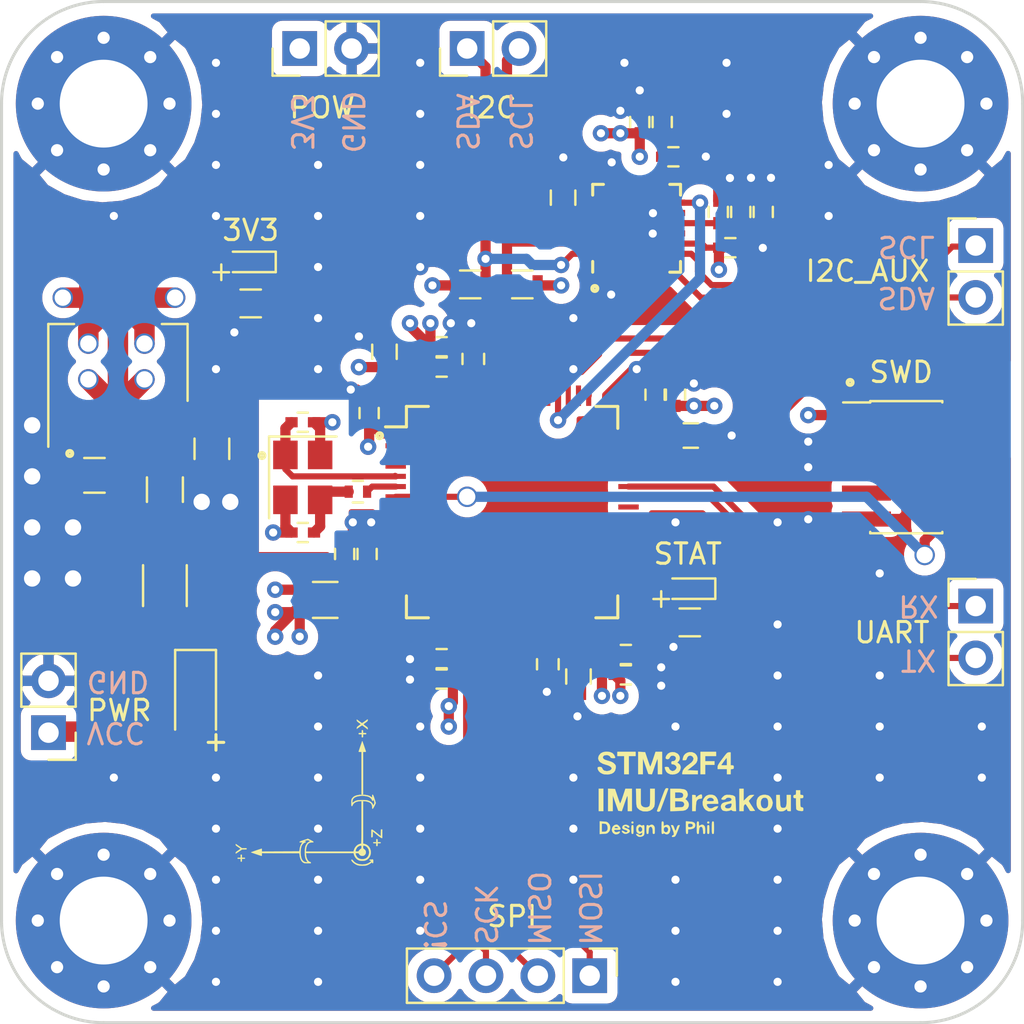
<source format=kicad_pcb>
(kicad_pcb (version 20171130) (host pcbnew "(5.1.7-0-10_14)")
  (layers (0 F.Cu signal) (1 In1.Cu power) (2 In2.Cu power) (31 B.Cu signal) (34 B.Paste user) (35 F.Paste user) (36 B.SilkS user) (37 F.SilkS user) (38 B.Mask user) (39 F.Mask user) (44 Edge.Cuts user))
  (net 0 "")
  (net 1 "Net-(C1-Pad1)")
  (net 2 GND)
  (net 3 +3V3)
  (net 4 HSE_IN)
  (net 5 +3.3VA)
  (net 6 "Net-(C18-Pad1)")
  (net 7 VCC)
  (net 8 "Net-(D1-Pad1)")
  (net 9 "Net-(D2-Pad1)")
  (net 10 "Net-(D3-Pad1)")
  (net 11 "Net-(D3-Pad2)")
  (net 12 "Net-(F1-Pad2)")
  (net 13 USART1_TX)
  (net 14 USART1_RX)
  (net 15 NRST)
  (net 16 SWO)
  (net 17 SWCLK)
  (net 18 SWDIO)
  (net 19 I2C1_SCL)
  (net 20 I2C1_SDA)
  (net 21 SPI1_SCK)
  (net 22 SPI1_MISO)
  (net 23 SPI1_MOSI)
  (net 24 SPI1_CS)
  (net 25 HSE_OUT)
  (net 26 BOOT0)
  (net 27 BOOT1)
  (net 28 "Net-(C14-Pad1)")
  (net 29 "Net-(C17-Pad1)")
  (net 30 "Net-(J4-Pad8)")
  (net 31 "Net-(J4-Pad7)")
  (net 32 "Net-(U2-Pad62)")
  (net 33 "Net-(U2-Pad61)")
  (net 34 "Net-(U2-Pad57)")
  (net 35 "Net-(U2-Pad56)")
  (net 36 "Net-(U2-Pad54)")
  (net 37 "Net-(U2-Pad53)")
  (net 38 "Net-(U2-Pad51)")
  (net 39 "Net-(U2-Pad50)")
  (net 40 "Net-(U2-Pad45)")
  (net 41 "Net-(U2-Pad44)")
  (net 42 "Net-(U2-Pad41)")
  (net 43 "Net-(U2-Pad40)")
  (net 44 "Net-(U2-Pad39)")
  (net 45 "Net-(U2-Pad38)")
  (net 46 "Net-(U2-Pad37)")
  (net 47 "Net-(U2-Pad36)")
  (net 48 "Net-(U2-Pad35)")
  (net 49 "Net-(U2-Pad34)")
  (net 50 "Net-(U2-Pad30)")
  (net 51 "Net-(U2-Pad29)")
  (net 52 "Net-(U2-Pad27)")
  (net 53 "Net-(U2-Pad26)")
  (net 54 "Net-(U2-Pad25)")
  (net 55 "Net-(U2-Pad24)")
  (net 56 "Net-(U2-Pad17)")
  (net 57 "Net-(U2-Pad16)")
  (net 58 "Net-(U2-Pad15)")
  (net 59 "Net-(U2-Pad14)")
  (net 60 "Net-(U2-Pad11)")
  (net 61 "Net-(U2-Pad10)")
  (net 62 "Net-(U2-Pad9)")
  (net 63 "Net-(U2-Pad8)")
  (net 64 "Net-(U2-Pad4)")
  (net 65 "Net-(U2-Pad3)")
  (net 66 "Net-(U2-Pad2)")
  (net 67 AUX_SCL)
  (net 68 AUX_SDA)
  (net 69 INT)
  (net 70 "Net-(C22-Pad1)")
  (net 71 "Net-(C21-Pad1)")
  (module Housings_DFN_QFN:QFN-24_4x4mm_Pitch0.5mm (layer F.Cu) (at 73.096333 58.102695 90)
    (fp_text reference U3)
    (fp_text value MPU-6050)
    (pad 23 smd rect (at -0.75 -1.95 180) (size 0.85 0.3) (layers F.Cu F.Paste F.Mask) (net 19 I2C1_SCL))
    (pad 22 smd rect (at -0.25 -1.95 180) (size 0.85 0.3) (layers F.Cu F.Paste F.Mask))
    (pad 21 smd rect (at 0.25 -1.95 180) (size 0.85 0.3) (layers F.Cu F.Paste F.Mask))
    (pad 20 smd rect (at 0.75 -1.95 180) (size 0.85 0.3) (layers F.Cu F.Paste F.Mask) (net 70 "Net-(C22-Pad1)"))
    (pad 17 smd rect (at 1.95 -0.75 90) (size 0.85 0.3) (layers F.Cu F.Paste F.Mask))
    (pad 16 smd rect (at 1.95 -0.25 90) (size 0.85 0.3) (layers F.Cu F.Paste F.Mask))
    (pad 15 smd rect (at 1.95 0.25 90) (size 0.85 0.3) (layers F.Cu F.Paste F.Mask))
    (pad 14 smd rect (at 1.95 0.75 90) (size 0.85 0.3) (layers F.Cu F.Paste F.Mask))
    (pad 11 smd rect (at 0.75 1.95 180) (size 0.85 0.3) (layers F.Cu F.Paste F.Mask) (net 2 GND))
    (pad 10 smd rect (at 0.25 1.95 180) (size 0.85 0.3) (layers F.Cu F.Paste F.Mask) (net 71 "Net-(C21-Pad1)"))
    (pad 9 smd rect (at -0.25 1.95 180) (size 0.85 0.3) (layers F.Cu F.Paste F.Mask) (net 2 GND))
    (pad 8 smd rect (at -0.75 1.95 180) (size 0.85 0.3) (layers F.Cu F.Paste F.Mask) (net 3 +3V3))
    (pad 5 smd rect (at -1.95 0.75 90) (size 0.85 0.3) (layers F.Cu F.Paste F.Mask))
    (pad 4 smd rect (at -1.95 0.25 90) (size 0.85 0.3) (layers F.Cu F.Paste F.Mask))
    (pad 3 smd rect (at -1.95 -0.25 90) (size 0.85 0.3) (layers F.Cu F.Paste F.Mask))
    (pad 2 smd rect (at -1.95 -0.75 90) (size 0.85 0.3) (layers F.Cu F.Paste F.Mask))
    (pad 1 smd custom (at -1.94818 -1.25222 90) (size 0.3 0.3) (layers F.Cu F.Paste F.Mask) (net 2 GND) (options (clearance outline) (anchor rect)) (primitives (gr_poly (pts (xy -0.425 -0.15) (xy 0.275 -0.15) (xy 0.425 -0.05) (xy 0.425 0.15) (xy -0.425 0.15)) (width 0))))
    (pad 24 smd custom (at -1.25476 -1.95326 180) (size 0.4 0.3) (layers F.Cu F.Paste F.Mask) (net 20 I2C1_SDA) (options (clearance outline) (anchor rect)) (primitives (gr_poly (pts (xy 0.425 -0.15) (xy -0.275 -0.15) (xy -0.425 -0.05) (xy -0.425 0.15) (xy 0.425 0.15)) (width 0))))
    (pad 19 smd custom (at 1.25222 -1.94818) (size 0.4 0.3) (layers F.Cu F.Paste F.Mask) (options (clearance outline) (anchor rect)) (primitives (gr_poly (pts (xy -0.425 -0.15) (xy 0.275 -0.15) (xy 0.425 -0.05) (xy 0.425 0.15) (xy -0.425 0.15)) (width 0))))
    (pad 18 smd custom (at 1.9431 -1.2573 90) (size 0.4 0.3) (layers F.Cu F.Paste F.Mask) (net 2 GND) (options (clearance outline) (anchor rect)) (primitives (gr_poly (pts (xy 0.425 -0.15) (xy -0.275 -0.15) (xy -0.425 -0.05) (xy -0.425 0.15) (xy 0.425 0.15)) (width 0))))
    (pad 13 smd custom (at 1.95 1.26 270) (size 0.4 0.3) (layers F.Cu F.Paste F.Mask) (net 3 +3V3) (options (clearance outline) (anchor rect)) (primitives (gr_poly (pts (xy -0.425 -0.15) (xy 0.275 -0.15) (xy 0.425 -0.05) (xy 0.425 0.15) (xy -0.425 0.15)) (width 0))))
    (pad 12 smd custom (at 1.26 1.95) (size 0.4 0.3) (layers F.Cu F.Paste F.Mask) (net 69 INT) (options (clearance outline) (anchor rect)) (primitives (gr_poly (pts (xy 0.425 -0.15) (xy -0.275 -0.15) (xy -0.425 -0.05) (xy -0.425 0.15) (xy 0.425 0.15)) (width 0))))
    (pad 7 smd custom (at -1.25222 1.95072 180) (size 0.4 0.3) (layers F.Cu F.Paste F.Mask) (net 67 AUX_SCL) (options (clearance outline) (anchor rect)) (primitives (gr_poly (pts (xy -0.425 -0.15) (xy 0.275 -0.15) (xy 0.425 -0.05) (xy 0.425 0.15) (xy -0.425 0.15)) (width 0))))
    (pad 6 smd custom (at -1.95 1.26 270) (size 0.4 0.3) (layers F.Cu F.Paste F.Mask) (net 68 AUX_SDA) (options (clearance outline) (anchor rect)) (primitives (gr_poly (pts (xy 0.425 -0.15) (xy -0.275 -0.15) (xy -0.425 -0.05) (xy -0.425 0.15) (xy 0.425 0.15)) (width 0))))
  )
  (module Logo_Silk_Screen:F4_Silk_Screen (layer F.Cu) (at 76.3 85.8)
    (fp_text reference G*** hide)
    (fp_text value LOGO hide)
  )
  (module Logo_Silk_Screen:IMU_Orientation_mod (layer F.Cu) (at 57.2 85.8 90)
    (fp_text reference G*** hide)
    (fp_text value LOGO hide)
  )
  (module Pin_Headers:Pin_Header_Straight_2x05_Pitch1.27mm_SMD (layer F.Cu) (at 86.3 69.8)
    (fp_text reference J4)
    (fp_text value Conn_02x05_Odd_Even)
    (pad 10 smd rect (at 1.95 2.54) (size 2.4 0.74) (layers F.Cu F.Paste F.Mask) (net 15 NRST))
    (pad 9 smd rect (at -1.95 2.54) (size 2.4 0.74) (layers F.Cu F.Paste F.Mask) (net 2 GND))
    (pad 8 smd rect (at 1.95 1.27) (size 2.4 0.74) (layers F.Cu F.Paste F.Mask) (net 30 "Net-(J4-Pad8)"))
    (pad 7 smd rect (at -1.95 1.27) (size 2.4 0.74) (layers F.Cu F.Paste F.Mask) (net 31 "Net-(J4-Pad7)"))
    (pad 6 smd rect (at 1.95 0) (size 2.4 0.74) (layers F.Cu F.Paste F.Mask) (net 16 SWO))
    (pad 5 smd rect (at -1.95 0) (size 2.4 0.74) (layers F.Cu F.Paste F.Mask) (net 2 GND))
    (pad 4 smd rect (at 1.95 -1.27) (size 2.4 0.74) (layers F.Cu F.Paste F.Mask) (net 17 SWCLK))
    (pad 3 smd rect (at -1.95 -1.27) (size 2.4 0.74) (layers F.Cu F.Paste F.Mask) (net 2 GND))
    (pad 2 smd rect (at 1.95 -2.54) (size 2.4 0.74) (layers F.Cu F.Paste F.Mask) (net 18 SWDIO))
    (pad 1 smd rect (at -1.95 -2.54) (size 2.4 0.74) (layers F.Cu F.Paste F.Mask) (net 3 +3V3))
  )
  (module Capacitors_SMD:C_0603 (layer F.Cu) (at 69.496333 56.602695 90)
    (fp_text reference C22)
    (fp_text value 2.2nF)
    (pad 1 smd rect (at -0.75 0 90) (size 0.8 0.75) (layers F.Cu F.Paste F.Mask) (net 70 "Net-(C22-Pad1)"))
    (pad 2 smd rect (at 0.75 0 90) (size 0.8 0.75) (layers F.Cu F.Paste F.Mask) (net 2 GND))
  )
  (module Capacitors_SMD:C_0402 (layer F.Cu) (at 78.196333 57.302695 90)
    (fp_text reference C25)
    (fp_text value 33nF)
    (pad 1 smd rect (at -0.55 0 90) (size 0.6 0.5) (layers F.Cu F.Paste F.Mask) (net 71 "Net-(C21-Pad1)"))
    (pad 2 smd rect (at 0.55 0 90) (size 0.6 0.5) (layers F.Cu F.Paste F.Mask) (net 2 GND))
  )
  (module Capacitors_SMD:C_0402 (layer F.Cu) (at 74.35 52.9 90)
    (fp_text reference C23)
    (fp_text value 33nF)
    (pad 1 smd rect (at -0.55 0 90) (size 0.6 0.5) (layers F.Cu F.Paste F.Mask) (net 3 +3V3))
    (pad 2 smd rect (at 0.55 0 90) (size 0.6 0.5) (layers F.Cu F.Paste F.Mask) (net 2 GND))
  )
  (module Capacitors_SMD:C_0402 (layer F.Cu) (at 77.096333 57.302695 90)
    (fp_text reference C21)
    (fp_text value 33nF)
    (pad 2 smd rect (at 0.55 0 90) (size 0.6 0.5) (layers F.Cu F.Paste F.Mask) (net 2 GND))
    (pad 1 smd rect (at -0.55 0 90) (size 0.6 0.5) (layers F.Cu F.Paste F.Mask) (net 71 "Net-(C21-Pad1)"))
  )
  (module Capacitors_SMD:C_0402 (layer F.Cu) (at 74.896333 54.602695)
    (fp_text reference C20)
    (fp_text value 33nF)
    (pad 1 smd rect (at -0.55 0) (size 0.6 0.5) (layers F.Cu F.Paste F.Mask) (net 3 +3V3))
    (pad 2 smd rect (at 0.55 0) (size 0.6 0.5) (layers F.Cu F.Paste F.Mask) (net 2 GND))
  )
  (module Capacitors_SMD:C_0402 (layer F.Cu) (at 77.686333 59.052695)
    (fp_text reference C19)
    (fp_text value 10nF)
    (pad 2 smd rect (at 0.55 0) (size 0.6 0.5) (layers F.Cu F.Paste F.Mask) (net 2 GND))
    (pad 1 smd rect (at -0.55 0) (size 0.6 0.5) (layers F.Cu F.Paste F.Mask) (net 3 +3V3))
  )
  (module Capacitors_SMD:C_0402 (layer F.Cu) (at 73.25 52.9 90)
    (fp_text reference C24)
    (fp_text value 33nF)
    (pad 2 smd rect (at 0.55 0 90) (size 0.6 0.5) (layers F.Cu F.Paste F.Mask) (net 2 GND))
    (pad 1 smd rect (at -0.55 0 90) (size 0.6 0.5) (layers F.Cu F.Paste F.Mask) (net 3 +3V3))
  )
  (module Capacitors_SMD:C_0402 (layer F.Cu) (at 79.296333 57.302695 90)
    (fp_text reference C26)
    (fp_text value 33nF)
    (pad 2 smd rect (at 0.55 0 90) (size 0.6 0.5) (layers F.Cu F.Paste F.Mask) (net 2 GND))
    (pad 1 smd rect (at -0.55 0 90) (size 0.6 0.5) (layers F.Cu F.Paste F.Mask) (net 71 "Net-(C21-Pad1)"))
  )
  (module Pin_Headers:Pin_Header_Straight_1x02_Pitch2.54mm (layer F.Cu) (at 89.7 58.95)
    (fp_text reference J7)
    (fp_text value Conn_01x02)
    (pad 2 thru_hole oval (at 0 2.54) (size 1.7 1.7) (drill 1) (layers *.Cu *.Mask) (net 68 AUX_SDA))
    (pad 1 thru_hole rect (at 0 0) (size 1.7 1.7) (drill 1) (layers *.Cu *.Mask) (net 67 AUX_SCL))
  )
  (module Capacitors_SMD:C_0805 (layer F.Cu) (at 52.3 68.9 270)
    (fp_text reference C1)
    (fp_text value 10uF)
    (pad 1 smd rect (at -1 0 270) (size 1 1.25) (layers F.Cu F.Paste F.Mask) (net 1 "Net-(C1-Pad1)"))
    (pad 2 smd rect (at 1 0 270) (size 1 1.25) (layers F.Cu F.Paste F.Mask) (net 2 GND))
  )
  (module Capacitors_SMD:C_0805 (layer F.Cu) (at 46.55 70.2 180)
    (fp_text reference C2)
    (fp_text value 10uF)
    (pad 2 smd rect (at 1 0 180) (size 1 1.25) (layers F.Cu F.Paste F.Mask) (net 2 GND))
    (pad 1 smd rect (at -1 0 180) (size 1 1.25) (layers F.Cu F.Paste F.Mask) (net 3 +3V3))
  )
  (module Capacitors_SMD:C_0402 (layer F.Cu) (at 60 67.15 90)
    (fp_text reference C4)
    (fp_text value 100nF)
    (pad 2 smd rect (at 0.55 0 90) (size 0.6 0.5) (layers F.Cu F.Paste F.Mask) (net 2 GND))
    (pad 1 smd rect (at -0.55 0 90) (size 0.6 0.5) (layers F.Cu F.Paste F.Mask) (net 3 +3V3))
  )
  (module Capacitors_SMD:C_0402 (layer F.Cu) (at 63.55 79.175 180)
    (fp_text reference C5)
    (fp_text value 100nF)
    (pad 1 smd rect (at -0.55 0 180) (size 0.6 0.5) (layers F.Cu F.Paste F.Mask) (net 3 +3V3))
    (pad 2 smd rect (at 0.55 0 180) (size 0.6 0.5) (layers F.Cu F.Paste F.Mask) (net 2 GND))
  )
  (module Capacitors_SMD:C_0402 (layer F.Cu) (at 63.55 80.175 180)
    (fp_text reference C6)
    (fp_text value 100nF)
    (pad 2 smd rect (at 0.55 0 180) (size 0.6 0.5) (layers F.Cu F.Paste F.Mask) (net 2 GND))
    (pad 1 smd rect (at -0.55 0 180) (size 0.6 0.5) (layers F.Cu F.Paste F.Mask) (net 3 +3V3))
  )
  (module Capacitors_SMD:C_0402 (layer F.Cu) (at 72.570719 79.971942)
    (fp_text reference C7)
    (fp_text value 100nF)
    (pad 1 smd rect (at -0.55 0) (size 0.6 0.5) (layers F.Cu F.Paste F.Mask) (net 3 +3V3))
    (pad 2 smd rect (at 0.55 0) (size 0.6 0.5) (layers F.Cu F.Paste F.Mask) (net 2 GND))
  )
  (module Capacitors_SMD:C_0402 (layer F.Cu) (at 72.570719 78.971942)
    (fp_text reference C8)
    (fp_text value 100nF)
    (pad 2 smd rect (at 0.55 0) (size 0.6 0.5) (layers F.Cu F.Paste F.Mask) (net 2 GND))
    (pad 1 smd rect (at -0.55 0) (size 0.6 0.5) (layers F.Cu F.Paste F.Mask) (net 3 +3V3))
  )
  (module Capacitors_SMD:C_0402 (layer F.Cu) (at 75 66.25 90)
    (fp_text reference C9)
    (fp_text value 100nF)
    (pad 1 smd rect (at -0.55 0 90) (size 0.6 0.5) (layers F.Cu F.Paste F.Mask) (net 3 +3V3))
    (pad 2 smd rect (at 0.55 0 90) (size 0.6 0.5) (layers F.Cu F.Paste F.Mask) (net 2 GND))
  )
  (module Capacitors_SMD:C_0402 (layer F.Cu) (at 74 66.25 90)
    (fp_text reference C10)
    (fp_text value 100nF)
    (pad 2 smd rect (at 0.55 0 90) (size 0.6 0.5) (layers F.Cu F.Paste F.Mask) (net 2 GND))
    (pad 1 smd rect (at -0.55 0 90) (size 0.6 0.5) (layers F.Cu F.Paste F.Mask) (net 3 +3V3))
  )
  (module Capacitors_SMD:C_0402 (layer F.Cu) (at 63.55 64.9)
    (fp_text reference C11)
    (fp_text value 100nF)
    (pad 1 smd rect (at -0.55 0) (size 0.6 0.5) (layers F.Cu F.Paste F.Mask) (net 3 +3V3))
    (pad 2 smd rect (at 0.55 0) (size 0.6 0.5) (layers F.Cu F.Paste F.Mask) (net 2 GND))
  )
  (module Capacitors_SMD:C_0402 (layer F.Cu) (at 63.55 63.9)
    (fp_text reference C12)
    (fp_text value 100nF)
    (pad 2 smd rect (at 0.55 0) (size 0.6 0.5) (layers F.Cu F.Paste F.Mask) (net 2 GND))
    (pad 1 smd rect (at -0.55 0) (size 0.6 0.5) (layers F.Cu F.Paste F.Mask) (net 3 +3V3))
  )
  (module Capacitors_SMD:C_0402 (layer F.Cu) (at 56.75 67.6)
    (fp_text reference C13)
    (fp_text value 12pF)
    (pad 1 smd rect (at -0.55 0) (size 0.6 0.5) (layers F.Cu F.Paste F.Mask) (net 4 HSE_IN))
    (pad 2 smd rect (at 0.55 0) (size 0.6 0.5) (layers F.Cu F.Paste F.Mask) (net 2 GND))
  )
  (module Capacitors_SMD:C_0402 (layer F.Cu) (at 56.75 73 180)
    (fp_text reference C14)
    (fp_text value 12pF)
    (pad 1 smd rect (at -0.55 0 180) (size 0.6 0.5) (layers F.Cu F.Paste F.Mask) (net 28 "Net-(C14-Pad1)"))
    (pad 2 smd rect (at 0.55 0 180) (size 0.6 0.5) (layers F.Cu F.Paste F.Mask) (net 2 GND))
  )
  (module Capacitors_SMD:C_0402 (layer F.Cu) (at 58.8 74.05 90)
    (fp_text reference C15)
    (fp_text value 100nF)
    (pad 2 smd rect (at 0.55 0 90) (size 0.6 0.5) (layers F.Cu F.Paste F.Mask) (net 2 GND))
    (pad 1 smd rect (at -0.55 0 90) (size 0.6 0.5) (layers F.Cu F.Paste F.Mask) (net 5 +3.3VA))
  )
  (module Capacitors_SMD:C_0402 (layer F.Cu) (at 59.9 74.05 90)
    (fp_text reference C16)
    (fp_text value 10nF)
    (pad 2 smd rect (at 0.55 0 90) (size 0.6 0.5) (layers F.Cu F.Paste F.Mask) (net 2 GND))
    (pad 1 smd rect (at -0.55 0 90) (size 0.6 0.5) (layers F.Cu F.Paste F.Mask) (net 5 +3.3VA))
  )
  (module Capacitors_SMD:C_0603 (layer F.Cu) (at 75.75 68.25)
    (fp_text reference C18)
    (fp_text value 2.2uF)
    (pad 1 smd rect (at -0.75 0) (size 0.8 0.75) (layers F.Cu F.Paste F.Mask) (net 6 "Net-(C18-Pad1)"))
    (pad 2 smd rect (at 0.75 0) (size 0.8 0.75) (layers F.Cu F.Paste F.Mask) (net 2 GND))
  )
  (module Diodes_SMD:D_SOD-123 (layer F.Cu) (at 51.5 81 270)
    (fp_text reference D1)
    (fp_text value B5819W)
    (pad 2 smd rect (at 1.65 0 270) (size 0.9 1.2) (layers F.Cu F.Paste F.Mask) (net 7 VCC))
    (pad 1 smd rect (at -1.65 0 270) (size 0.9 1.2) (layers F.Cu F.Paste F.Mask) (net 8 "Net-(D1-Pad1)"))
  )
  (module LEDs:LED_0603 (layer F.Cu) (at 54.127 59.75 180)
    (fp_text reference D2)
    (fp_text value Green)
    (pad 1 smd rect (at -0.8 0) (size 0.8 0.8) (layers F.Cu F.Paste F.Mask) (net 9 "Net-(D2-Pad1)"))
    (pad 2 smd rect (at 0.8 0) (size 0.8 0.8) (layers F.Cu F.Paste F.Mask) (net 3 +3V3))
  )
  (module LEDs:LED_0603 (layer F.Cu) (at 75.65 75.75 180)
    (fp_text reference D3)
    (fp_text value Blue)
    (pad 2 smd rect (at 0.8 0) (size 0.8 0.8) (layers F.Cu F.Paste F.Mask) (net 11 "Net-(D3-Pad2)"))
    (pad 1 smd rect (at -0.8 0) (size 0.8 0.8) (layers F.Cu F.Paste F.Mask) (net 10 "Net-(D3-Pad1)"))
  )
  (module Fuse_Holders_and_Fuses:Fuse_SMD1206_Wave (layer F.Cu) (at 50 75.6 90)
    (fp_text reference F1)
    (fp_text value 500mA)
    (pad 2 smd rect (at 1.58 0 180) (size 2.03 1.65) (layers F.Cu F.Paste F.Mask) (net 12 "Net-(F1-Pad2)"))
    (pad 1 smd rect (at -1.58 0 180) (size 2.03 1.65) (layers F.Cu F.Paste F.Mask) (net 8 "Net-(D1-Pad1)"))
  )
  (module Inductors_SMD:L_0805 (layer F.Cu) (at 50 70.9 270)
    (fp_text reference FB1)
    (fp_text value "100 @ 100Mhz")
    (pad 2 smd rect (at 0.95 0 270) (size 0.7 1.3) (layers F.Cu F.Paste F.Mask) (net 12 "Net-(F1-Pad2)"))
    (pad 1 smd rect (at -0.95 0 270) (size 0.7 1.3) (layers F.Cu F.Paste F.Mask) (net 1 "Net-(C1-Pad1)"))
  )
  (module Inductors_SMD:L_0805 (layer F.Cu) (at 57.85 76.3 180)
    (fp_text reference FB2)
    (fp_text value "100 @ 100Mhz")
    (pad 1 smd rect (at -0.95 0 180) (size 0.7 1.3) (layers F.Cu F.Paste F.Mask) (net 5 +3.3VA))
    (pad 2 smd rect (at 0.95 0 180) (size 0.7 1.3) (layers F.Cu F.Paste F.Mask) (net 3 +3V3))
  )
  (module Mounting_Holes:MountingHole_4.3mm_M4_Pad_Via (layer F.Cu) (at 47 92)
    (fp_text reference H1)
    (fp_text value MountingHole_Pad)
    (pad 1 thru_hole circle (at 0 0) (size 8.6 8.6) (drill 4.3) (layers *.Cu *.Mask) (net 2 GND))
    (pad 1 thru_hole circle (at 3.225 0) (size 0.9 0.9) (drill 0.6) (layers *.Cu *.Mask) (net 2 GND))
    (pad 1 thru_hole circle (at 2.280419 2.280419) (size 0.9 0.9) (drill 0.6) (layers *.Cu *.Mask) (net 2 GND))
    (pad 1 thru_hole circle (at 0 3.225) (size 0.9 0.9) (drill 0.6) (layers *.Cu *.Mask) (net 2 GND))
    (pad 1 thru_hole circle (at -2.280419 2.280419) (size 0.9 0.9) (drill 0.6) (layers *.Cu *.Mask) (net 2 GND))
    (pad 1 thru_hole circle (at -3.225 0) (size 0.9 0.9) (drill 0.6) (layers *.Cu *.Mask) (net 2 GND))
    (pad 1 thru_hole circle (at -2.280419 -2.280419) (size 0.9 0.9) (drill 0.6) (layers *.Cu *.Mask) (net 2 GND))
    (pad 1 thru_hole circle (at 0 -3.225) (size 0.9 0.9) (drill 0.6) (layers *.Cu *.Mask) (net 2 GND))
    (pad 1 thru_hole circle (at 2.280419 -2.280419) (size 0.9 0.9) (drill 0.6) (layers *.Cu *.Mask) (net 2 GND))
  )
  (module Mounting_Holes:MountingHole_4.3mm_M4_Pad_Via (layer F.Cu) (at 87 52)
    (fp_text reference H2)
    (fp_text value MountingHole_Pad)
    (pad 1 thru_hole circle (at 2.280419 -2.280419) (size 0.9 0.9) (drill 0.6) (layers *.Cu *.Mask) (net 2 GND))
    (pad 1 thru_hole circle (at 0 -3.225) (size 0.9 0.9) (drill 0.6) (layers *.Cu *.Mask) (net 2 GND))
    (pad 1 thru_hole circle (at -2.280419 -2.280419) (size 0.9 0.9) (drill 0.6) (layers *.Cu *.Mask) (net 2 GND))
    (pad 1 thru_hole circle (at -3.225 0) (size 0.9 0.9) (drill 0.6) (layers *.Cu *.Mask) (net 2 GND))
    (pad 1 thru_hole circle (at -2.280419 2.280419) (size 0.9 0.9) (drill 0.6) (layers *.Cu *.Mask) (net 2 GND))
    (pad 1 thru_hole circle (at 0 3.225) (size 0.9 0.9) (drill 0.6) (layers *.Cu *.Mask) (net 2 GND))
    (pad 1 thru_hole circle (at 2.280419 2.280419) (size 0.9 0.9) (drill 0.6) (layers *.Cu *.Mask) (net 2 GND))
    (pad 1 thru_hole circle (at 3.225 0) (size 0.9 0.9) (drill 0.6) (layers *.Cu *.Mask) (net 2 GND))
    (pad 1 thru_hole circle (at 0 0) (size 8.6 8.6) (drill 4.3) (layers *.Cu *.Mask) (net 2 GND))
  )
  (module Mounting_Holes:MountingHole_4.3mm_M4_Pad_Via (layer F.Cu) (at 87 92)
    (fp_text reference H3)
    (fp_text value MountingHole_Pad)
    (pad 1 thru_hole circle (at 0 0) (size 8.6 8.6) (drill 4.3) (layers *.Cu *.Mask) (net 2 GND))
    (pad 1 thru_hole circle (at 3.225 0) (size 0.9 0.9) (drill 0.6) (layers *.Cu *.Mask) (net 2 GND))
    (pad 1 thru_hole circle (at 2.280419 2.280419) (size 0.9 0.9) (drill 0.6) (layers *.Cu *.Mask) (net 2 GND))
    (pad 1 thru_hole circle (at 0 3.225) (size 0.9 0.9) (drill 0.6) (layers *.Cu *.Mask) (net 2 GND))
    (pad 1 thru_hole circle (at -2.280419 2.280419) (size 0.9 0.9) (drill 0.6) (layers *.Cu *.Mask) (net 2 GND))
    (pad 1 thru_hole circle (at -3.225 0) (size 0.9 0.9) (drill 0.6) (layers *.Cu *.Mask) (net 2 GND))
    (pad 1 thru_hole circle (at -2.280419 -2.280419) (size 0.9 0.9) (drill 0.6) (layers *.Cu *.Mask) (net 2 GND))
    (pad 1 thru_hole circle (at 0 -3.225) (size 0.9 0.9) (drill 0.6) (layers *.Cu *.Mask) (net 2 GND))
    (pad 1 thru_hole circle (at 2.280419 -2.280419) (size 0.9 0.9) (drill 0.6) (layers *.Cu *.Mask) (net 2 GND))
  )
  (module Mounting_Holes:MountingHole_4.3mm_M4_Pad_Via (layer F.Cu) (at 47 52)
    (fp_text reference H4)
    (fp_text value MountingHole_Pad)
    (pad 1 thru_hole circle (at 2.280419 -2.280419) (size 0.9 0.9) (drill 0.6) (layers *.Cu *.Mask) (net 2 GND))
    (pad 1 thru_hole circle (at 0 -3.225) (size 0.9 0.9) (drill 0.6) (layers *.Cu *.Mask) (net 2 GND))
    (pad 1 thru_hole circle (at -2.280419 -2.280419) (size 0.9 0.9) (drill 0.6) (layers *.Cu *.Mask) (net 2 GND))
    (pad 1 thru_hole circle (at -3.225 0) (size 0.9 0.9) (drill 0.6) (layers *.Cu *.Mask) (net 2 GND))
    (pad 1 thru_hole circle (at -2.280419 2.280419) (size 0.9 0.9) (drill 0.6) (layers *.Cu *.Mask) (net 2 GND))
    (pad 1 thru_hole circle (at 0 3.225) (size 0.9 0.9) (drill 0.6) (layers *.Cu *.Mask) (net 2 GND))
    (pad 1 thru_hole circle (at 2.280419 2.280419) (size 0.9 0.9) (drill 0.6) (layers *.Cu *.Mask) (net 2 GND))
    (pad 1 thru_hole circle (at 3.225 0) (size 0.9 0.9) (drill 0.6) (layers *.Cu *.Mask) (net 2 GND))
    (pad 1 thru_hole circle (at 0 0) (size 8.6 8.6) (drill 4.3) (layers *.Cu *.Mask) (net 2 GND))
  )
  (module Crystals:Crystal_SMD_3225-4pin_3.2x2.5mm (layer F.Cu) (at 56.75 70.3 270)
    (fp_text reference HSE1)
    (fp_text value 16MHz)
    (pad 4 smd rect (at -1.1 -0.85 270) (size 1.4 1.2) (layers F.Cu F.Paste F.Mask) (net 2 GND))
    (pad 3 smd rect (at 1.1 -0.85 270) (size 1.4 1.2) (layers F.Cu F.Paste F.Mask) (net 28 "Net-(C14-Pad1)"))
    (pad 2 smd rect (at 1.1 0.85 270) (size 1.4 1.2) (layers F.Cu F.Paste F.Mask) (net 2 GND))
    (pad 1 smd rect (at -1.1 0.85 270) (size 1.4 1.2) (layers F.Cu F.Paste F.Mask) (net 4 HSE_IN))
  )
  (module Pin_Headers:Pin_Header_Straight_1x02_Pitch2.54mm (layer F.Cu) (at 89.7 76.6)
    (fp_text reference J1)
    (fp_text value Conn_01x02)
    (pad 1 thru_hole rect (at 0 0) (size 1.7 1.7) (drill 1) (layers *.Cu *.Mask) (net 14 USART1_RX))
    (pad 2 thru_hole oval (at 0 2.54) (size 1.7 1.7) (drill 1) (layers *.Cu *.Mask) (net 13 USART1_TX))
  )
  (module Pin_Headers:Pin_Header_Straight_1x02_Pitch2.54mm (layer F.Cu) (at 44.3 82.8 180)
    (fp_text reference J2)
    (fp_text value Conn_01x02)
    (pad 1 thru_hole rect (at 0 0 180) (size 1.7 1.7) (drill 1) (layers *.Cu *.Mask) (net 7 VCC))
    (pad 2 thru_hole oval (at 0 2.54 180) (size 1.7 1.7) (drill 1) (layers *.Cu *.Mask) (net 2 GND))
  )
  (module Pin_Headers:Pin_Header_Straight_1x02_Pitch2.54mm (layer F.Cu) (at 56.6 49.3 90)
    (fp_text reference J3)
    (fp_text value Conn_01x02)
    (pad 2 thru_hole oval (at 0 2.54 90) (size 1.7 1.7) (drill 1) (layers *.Cu *.Mask) (net 2 GND))
    (pad 1 thru_hole rect (at 0 0 90) (size 1.7 1.7) (drill 1) (layers *.Cu *.Mask) (net 3 +3V3))
  )
  (module Pin_Headers:Pin_Header_Straight_1x02_Pitch2.54mm (layer F.Cu) (at 64.8 49.3 90)
    (fp_text reference J5)
    (fp_text value Conn_01x02)
    (pad 2 thru_hole oval (at 0 2.54 90) (size 1.7 1.7) (drill 1) (layers *.Cu *.Mask) (net 19 I2C1_SCL))
    (pad 1 thru_hole rect (at 0 0 90) (size 1.7 1.7) (drill 1) (layers *.Cu *.Mask) (net 20 I2C1_SDA))
  )
  (module Pin_Headers:Pin_Header_Straight_1x04_Pitch2.54mm (layer F.Cu) (at 70.8 94.7 270)
    (fp_text reference J6)
    (fp_text value Conn_01x04)
    (pad 4 thru_hole oval (at 0 7.62 270) (size 1.7 1.7) (drill 1) (layers *.Cu *.Mask) (net 24 SPI1_CS))
    (pad 3 thru_hole oval (at 0 5.08 270) (size 1.7 1.7) (drill 1) (layers *.Cu *.Mask) (net 21 SPI1_SCK))
    (pad 2 thru_hole oval (at 0 2.54 270) (size 1.7 1.7) (drill 1) (layers *.Cu *.Mask) (net 22 SPI1_MISO))
    (pad 1 thru_hole rect (at 0 0 270) (size 1.7 1.7) (drill 1) (layers *.Cu *.Mask) (net 23 SPI1_MOSI))
  )
  (module Resistors_SMD:R_0603 (layer F.Cu) (at 54.2 61.782)
    (fp_text reference R1)
    (fp_text value 2k2)
    (pad 2 smd rect (at 0.75 0) (size 0.5 0.9) (layers F.Cu F.Paste F.Mask) (net 9 "Net-(D2-Pad1)"))
    (pad 1 smd rect (at -0.75 0) (size 0.5 0.9) (layers F.Cu F.Paste F.Mask) (net 2 GND))
  )
  (module Resistors_SMD:R_0402 (layer F.Cu) (at 59.45 71 180)
    (fp_text reference R2)
    (fp_text value 220)
    (pad 2 smd rect (at 0.45 0 180) (size 0.4 0.6) (layers F.Cu F.Paste F.Mask) (net 28 "Net-(C14-Pad1)"))
    (pad 1 smd rect (at -0.45 0 180) (size 0.4 0.6) (layers F.Cu F.Paste F.Mask) (net 25 HSE_OUT))
  )
  (module Resistors_SMD:R_0603 (layer F.Cu) (at 64.95 60.85 180)
    (fp_text reference R3)
    (fp_text value 2k2)
    (pad 2 smd rect (at 0.75 0 180) (size 0.5 0.9) (layers F.Cu F.Paste F.Mask) (net 3 +3V3))
    (pad 1 smd rect (at -0.75 0 180) (size 0.5 0.9) (layers F.Cu F.Paste F.Mask) (net 20 I2C1_SDA))
  )
  (module Resistors_SMD:R_0603 (layer F.Cu) (at 67.5 60.85)
    (fp_text reference R4)
    (fp_text value 2k2)
    (pad 1 smd rect (at -0.75 0) (size 0.5 0.9) (layers F.Cu F.Paste F.Mask) (net 19 I2C1_SCL))
    (pad 2 smd rect (at 0.75 0) (size 0.5 0.9) (layers F.Cu F.Paste F.Mask) (net 3 +3V3))
  )
  (module Resistors_SMD:R_0402 (layer F.Cu) (at 65.1 64.5 90)
    (fp_text reference R5)
    (fp_text value 10k)
    (pad 1 smd rect (at -0.45 0 90) (size 0.4 0.6) (layers F.Cu F.Paste F.Mask) (net 26 BOOT0))
    (pad 2 smd rect (at 0.45 0 90) (size 0.4 0.6) (layers F.Cu F.Paste F.Mask) (net 2 GND))
  )
  (module Resistors_SMD:R_0402 (layer F.Cu) (at 68.75 79.45 270)
    (fp_text reference R6)
    (fp_text value 10k)
    (pad 2 smd rect (at 0.45 0 270) (size 0.4 0.6) (layers F.Cu F.Paste F.Mask) (net 2 GND))
    (pad 1 smd rect (at -0.45 0 270) (size 0.4 0.6) (layers F.Cu F.Paste F.Mask) (net 27 BOOT1))
  )
  (module Resistors_SMD:R_0603 (layer F.Cu) (at 75.7 77.4)
    (fp_text reference R7)
    (fp_text value 2k2)
    (pad 1 smd rect (at -0.75 0) (size 0.5 0.9) (layers F.Cu F.Paste F.Mask) (net 2 GND))
    (pad 2 smd rect (at 0.75 0) (size 0.5 0.9) (layers F.Cu F.Paste F.Mask) (net 10 "Net-(D3-Pad1)"))
  )
  (module TO_SOT_Packages_SMD:SOT-223-3_TabPin2 (layer F.Cu) (at 47.7 64.7 90)
    (fp_text reference U1)
    (fp_text value AMS1117-3.3)
    (pad 1 smd rect (at -3.15 -2.3 90) (size 2 1.5) (layers F.Cu F.Paste F.Mask) (net 2 GND))
    (pad 3 smd rect (at -3.15 2.3 90) (size 2 1.5) (layers F.Cu F.Paste F.Mask) (net 1 "Net-(C1-Pad1)"))
    (pad 2 smd rect (at -3.15 0 90) (size 2 1.5) (layers F.Cu F.Paste F.Mask) (net 3 +3V3))
    (pad 2 smd rect (at 3.15 0 90) (size 2 3.8) (layers F.Cu F.Paste F.Mask) (net 3 +3V3))
  )
  (module Housings_QFP:LQFP-64_10x10mm_Pitch0.5mm (layer F.Cu) (at 67 72)
    (fp_text reference U2)
    (fp_text value STM32F405RGT6)
    (pad 64 smd rect (at -3.75 -5.7 90) (size 1 0.25) (layers F.Cu F.Paste F.Mask) (net 3 +3V3))
    (pad 63 smd rect (at -3.25 -5.7 90) (size 1 0.25) (layers F.Cu F.Paste F.Mask) (net 2 GND))
    (pad 62 smd rect (at -2.75 -5.7 90) (size 1 0.25) (layers F.Cu F.Paste F.Mask) (net 32 "Net-(U2-Pad62)"))
    (pad 61 smd rect (at -2.25 -5.7 90) (size 1 0.25) (layers F.Cu F.Paste F.Mask) (net 33 "Net-(U2-Pad61)"))
    (pad 60 smd rect (at -1.75 -5.7 90) (size 1 0.25) (layers F.Cu F.Paste F.Mask) (net 26 BOOT0))
    (pad 59 smd rect (at -1.25 -5.7 90) (size 1 0.25) (layers F.Cu F.Paste F.Mask) (net 20 I2C1_SDA))
    (pad 58 smd rect (at -0.75 -5.7 90) (size 1 0.25) (layers F.Cu F.Paste F.Mask) (net 19 I2C1_SCL))
    (pad 57 smd rect (at -0.25 -5.7 90) (size 1 0.25) (layers F.Cu F.Paste F.Mask) (net 34 "Net-(U2-Pad57)"))
    (pad 56 smd rect (at 0.25 -5.7 90) (size 1 0.25) (layers F.Cu F.Paste F.Mask) (net 35 "Net-(U2-Pad56)"))
    (pad 55 smd rect (at 0.75 -5.7 90) (size 1 0.25) (layers F.Cu F.Paste F.Mask) (net 16 SWO))
    (pad 54 smd rect (at 1.25 -5.7 90) (size 1 0.25) (layers F.Cu F.Paste F.Mask) (net 36 "Net-(U2-Pad54)"))
    (pad 53 smd rect (at 1.75 -5.7 90) (size 1 0.25) (layers F.Cu F.Paste F.Mask) (net 37 "Net-(U2-Pad53)"))
    (pad 52 smd rect (at 2.25 -5.7 90) (size 1 0.25) (layers F.Cu F.Paste F.Mask) (net 69 INT))
    (pad 51 smd rect (at 2.75 -5.7 90) (size 1 0.25) (layers F.Cu F.Paste F.Mask) (net 38 "Net-(U2-Pad51)"))
    (pad 50 smd rect (at 3.25 -5.7 90) (size 1 0.25) (layers F.Cu F.Paste F.Mask) (net 39 "Net-(U2-Pad50)"))
    (pad 49 smd rect (at 3.75 -5.7 90) (size 1 0.25) (layers F.Cu F.Paste F.Mask) (net 17 SWCLK))
    (pad 48 smd rect (at 5.7 -3.75) (size 1 0.25) (layers F.Cu F.Paste F.Mask) (net 3 +3V3))
    (pad 47 smd rect (at 5.7 -3.25) (size 1 0.25) (layers F.Cu F.Paste F.Mask) (net 6 "Net-(C18-Pad1)"))
    (pad 46 smd rect (at 5.7 -2.75) (size 1 0.25) (layers F.Cu F.Paste F.Mask) (net 18 SWDIO))
    (pad 45 smd rect (at 5.7 -2.25) (size 1 0.25) (layers F.Cu F.Paste F.Mask) (net 40 "Net-(U2-Pad45)"))
    (pad 44 smd rect (at 5.7 -1.75) (size 1 0.25) (layers F.Cu F.Paste F.Mask) (net 41 "Net-(U2-Pad44)"))
    (pad 43 smd rect (at 5.7 -1.25) (size 1 0.25) (layers F.Cu F.Paste F.Mask) (net 14 USART1_RX))
    (pad 42 smd rect (at 5.7 -0.75) (size 1 0.25) (layers F.Cu F.Paste F.Mask) (net 13 USART1_TX))
    (pad 41 smd rect (at 5.7 -0.25) (size 1 0.25) (layers F.Cu F.Paste F.Mask) (net 42 "Net-(U2-Pad41)"))
    (pad 40 smd rect (at 5.7 0.25) (size 1 0.25) (layers F.Cu F.Paste F.Mask) (net 43 "Net-(U2-Pad40)"))
    (pad 39 smd rect (at 5.7 0.75) (size 1 0.25) (layers F.Cu F.Paste F.Mask) (net 44 "Net-(U2-Pad39)"))
    (pad 38 smd rect (at 5.7 1.25) (size 1 0.25) (layers F.Cu F.Paste F.Mask) (net 45 "Net-(U2-Pad38)"))
    (pad 37 smd rect (at 5.7 1.75) (size 1 0.25) (layers F.Cu F.Paste F.Mask) (net 46 "Net-(U2-Pad37)"))
    (pad 36 smd rect (at 5.7 2.25) (size 1 0.25) (layers F.Cu F.Paste F.Mask) (net 47 "Net-(U2-Pad36)"))
    (pad 35 smd rect (at 5.7 2.75) (size 1 0.25) (layers F.Cu F.Paste F.Mask) (net 48 "Net-(U2-Pad35)"))
    (pad 34 smd rect (at 5.7 3.25) (size 1 0.25) (layers F.Cu F.Paste F.Mask) (net 49 "Net-(U2-Pad34)"))
    (pad 33 smd rect (at 5.7 3.75) (size 1 0.25) (layers F.Cu F.Paste F.Mask) (net 11 "Net-(D3-Pad2)"))
    (pad 32 smd rect (at 3.75 5.7 90) (size 1 0.25) (layers F.Cu F.Paste F.Mask) (net 3 +3V3))
    (pad 31 smd rect (at 3.25 5.7 90) (size 1 0.25) (layers F.Cu F.Paste F.Mask) (net 29 "Net-(C17-Pad1)"))
    (pad 30 smd rect (at 2.75 5.7 90) (size 1 0.25) (layers F.Cu F.Paste F.Mask) (net 50 "Net-(U2-Pad30)"))
    (pad 29 smd rect (at 2.25 5.7 90) (size 1 0.25) (layers F.Cu F.Paste F.Mask) (net 51 "Net-(U2-Pad29)"))
    (pad 28 smd rect (at 1.75 5.7 90) (size 1 0.25) (layers F.Cu F.Paste F.Mask) (net 27 BOOT1))
    (pad 27 smd rect (at 1.25 5.7 90) (size 1 0.25) (layers F.Cu F.Paste F.Mask) (net 52 "Net-(U2-Pad27)"))
    (pad 26 smd rect (at 0.75 5.7 90) (size 1 0.25) (layers F.Cu F.Paste F.Mask) (net 53 "Net-(U2-Pad26)"))
    (pad 25 smd rect (at 0.25 5.7 90) (size 1 0.25) (layers F.Cu F.Paste F.Mask) (net 54 "Net-(U2-Pad25)"))
    (pad 24 smd rect (at -0.25 5.7 90) (size 1 0.25) (layers F.Cu F.Paste F.Mask) (net 55 "Net-(U2-Pad24)"))
    (pad 23 smd rect (at -0.75 5.7 90) (size 1 0.25) (layers F.Cu F.Paste F.Mask) (net 23 SPI1_MOSI))
    (pad 22 smd rect (at -1.25 5.7 90) (size 1 0.25) (layers F.Cu F.Paste F.Mask) (net 22 SPI1_MISO))
    (pad 21 smd rect (at -1.75 5.7 90) (size 1 0.25) (layers F.Cu F.Paste F.Mask) (net 21 SPI1_SCK))
    (pad 20 smd rect (at -2.25 5.7 90) (size 1 0.25) (layers F.Cu F.Paste F.Mask) (net 24 SPI1_CS))
    (pad 19 smd rect (at -2.75 5.7 90) (size 1 0.25) (layers F.Cu F.Paste F.Mask) (net 3 +3V3))
    (pad 18 smd rect (at -3.25 5.7 90) (size 1 0.25) (layers F.Cu F.Paste F.Mask) (net 2 GND))
    (pad 17 smd rect (at -3.75 5.7 90) (size 1 0.25) (layers F.Cu F.Paste F.Mask) (net 56 "Net-(U2-Pad17)"))
    (pad 16 smd rect (at -5.7 3.75) (size 1 0.25) (layers F.Cu F.Paste F.Mask) (net 57 "Net-(U2-Pad16)"))
    (pad 15 smd rect (at -5.7 3.25) (size 1 0.25) (layers F.Cu F.Paste F.Mask) (net 58 "Net-(U2-Pad15)"))
    (pad 14 smd rect (at -5.7 2.75) (size 1 0.25) (layers F.Cu F.Paste F.Mask) (net 59 "Net-(U2-Pad14)"))
    (pad 13 smd rect (at -5.7 2.25) (size 1 0.25) (layers F.Cu F.Paste F.Mask) (net 5 +3.3VA))
    (pad 12 smd rect (at -5.7 1.75) (size 1 0.25) (layers F.Cu F.Paste F.Mask) (net 2 GND))
    (pad 11 smd rect (at -5.7 1.25) (size 1 0.25) (layers F.Cu F.Paste F.Mask) (net 60 "Net-(U2-Pad11)"))
    (pad 10 smd rect (at -5.7 0.75) (size 1 0.25) (layers F.Cu F.Paste F.Mask) (net 61 "Net-(U2-Pad10)"))
    (pad 9 smd rect (at -5.7 0.25) (size 1 0.25) (layers F.Cu F.Paste F.Mask) (net 62 "Net-(U2-Pad9)"))
    (pad 8 smd rect (at -5.7 -0.25) (size 1 0.25) (layers F.Cu F.Paste F.Mask) (net 63 "Net-(U2-Pad8)"))
    (pad 7 smd rect (at -5.7 -0.75) (size 1 0.25) (layers F.Cu F.Paste F.Mask) (net 15 NRST))
    (pad 6 smd rect (at -5.7 -1.25) (size 1 0.25) (layers F.Cu F.Paste F.Mask) (net 25 HSE_OUT))
    (pad 5 smd rect (at -5.7 -1.75) (size 1 0.25) (layers F.Cu F.Paste F.Mask) (net 4 HSE_IN))
    (pad 4 smd rect (at -5.7 -2.25) (size 1 0.25) (layers F.Cu F.Paste F.Mask) (net 64 "Net-(U2-Pad4)"))
    (pad 3 smd rect (at -5.7 -2.75) (size 1 0.25) (layers F.Cu F.Paste F.Mask) (net 65 "Net-(U2-Pad3)"))
    (pad 2 smd rect (at -5.7 -3.25) (size 1 0.25) (layers F.Cu F.Paste F.Mask) (net 66 "Net-(U2-Pad2)"))
    (pad 1 smd rect (at -5.7 -3.75) (size 1 0.25) (layers F.Cu F.Paste F.Mask) (net 3 +3V3))
  )
  (module Capacitors_SMD:C_0603 (layer F.Cu) (at 70.25 80.05 270)
    (fp_text reference C17)
    (fp_text value 2.2uF)
    (pad 1 smd rect (at -0.75 0 270) (size 0.8 0.75) (layers F.Cu F.Paste F.Mask) (net 29 "Net-(C17-Pad1)"))
    (pad 2 smd rect (at 0.75 0 270) (size 0.8 0.75) (layers F.Cu F.Paste F.Mask) (net 2 GND))
  )
  (module Capacitors_SMD:C_0603 (layer F.Cu) (at 60.75 64.15 90)
    (fp_text reference C3)
    (fp_text value 10uF)
    (pad 1 smd rect (at -0.75 0 90) (size 0.8 0.75) (layers F.Cu F.Paste F.Mask) (net 3 +3V3))
    (pad 2 smd rect (at 0.75 0 90) (size 0.8 0.75) (layers F.Cu F.Paste F.Mask) (net 2 GND))
  )
  (gr_text SDA (at 86.3 61.5 180) (layer B.SilkS) (effects (font (size 1 1)) (justify mirror)))
  (gr_text SCL (at 86.3 59 180) (layer B.SilkS) (effects (font (size 1 1)) (justify mirror)))
  (gr_text I2C_AUX (at 84.4 60.2) (layer F.SilkS) (effects (font (size 1 1))))
  (gr_circle (center 71.05 61.05) (end 71.03 61.05) (layer F.SilkS) (width 0.2))
  (gr_circle (center 83.55 65.65) (end 83.53 65.65) (layer F.SilkS) (width 0.2))
  (gr_circle (center 54.75 69.23) (end 54.73 69.23) (layer F.SilkS) (width 0.2))
  (gr_circle (center 45.34 69.13) (end 45.32 69.13) (layer F.SilkS) (width 0.2))
  (gr_circle (center 60.51 68.26) (end 60.49 68.26) (layer F.SilkS) (width 0.2))
  (gr_text + (at 74.3 76.18) (layer F.SilkS) (effects (font (size 1 1) (thickness 0.12))))
  (gr_text + (at 52.76 60.18) (layer F.SilkS) (effects (font (size 1 1) (thickness 0.12))))
  (gr_text + (at 52.5 83.2) (layer F.SilkS) (effects (font (size 1 1))))
  (gr_text STAT (at 75.6 74.05) (layer F.SilkS) (effects (font (size 1 1))))
  (gr_text 3V3 (at 54.2 58.2) (layer F.SilkS) (effects (font (size 1 1))))
  (gr_text GND (at 47.7 80.3 180) (layer B.SilkS) (effects (font (size 1 1)) (justify mirror)))
  (gr_text VCC (at 47.6 82.8 180) (layer B.SilkS) (effects (font (size 1 1)) (justify mirror)))
  (gr_text !CS (at 63.2 92.2 270) (layer B.SilkS) (effects (font (size 1 1)) (justify mirror)))
  (gr_text SCK (at 65.7 91.7 270) (layer B.SilkS) (effects (font (size 1 1)) (justify mirror)))
  (gr_text MISO (at 68.3 91.4 270) (layer B.SilkS) (effects (font (size 1 1)) (justify mirror)))
  (gr_text MOSI (at 70.8 91.4 270) (layer B.SilkS) (effects (font (size 1 1)) (justify mirror)))
  (gr_text TX (at 86.9 79.25 180) (layer B.SilkS) (effects (font (size 1 1)) (justify mirror)))
  (gr_text RX (at 86.9 76.6 180) (layer B.SilkS) (effects (font (size 1 1)) (justify mirror)))
  (gr_text SCL (at 67.4 52.9 270) (layer B.SilkS) (effects (font (size 1 1)) (justify mirror)))
  (gr_text SDA (at 64.8 52.9 270) (layer B.SilkS) (effects (font (size 1 1)) (justify mirror)))
  (gr_text 3V3 (at 56.7 52.9 270) (layer B.SilkS) (effects (font (size 1 1)) (justify mirror)))
  (gr_text GND (at 59.2 52.9 270) (layer B.SilkS) (effects (font (size 1 1)) (justify mirror)))
  (gr_text POW (at 57.7 52.2) (layer F.SilkS) (effects (font (size 1 1))))
  (gr_text PWR (at 47.77 81.71) (layer F.SilkS) (effects (font (size 1 1))))
  (gr_text SPI (at 67 91.8) (layer F.SilkS) (effects (font (size 1 1))))
  (gr_text UART (at 85.6 77.9) (layer F.SilkS) (effects (font (size 1 1))))
  (gr_text I2C (at 66 52.2) (layer F.SilkS) (effects (font (size 1 1))))
  (gr_text SWD (at 86.05 65.15) (layer F.SilkS) (effects (font (size 1 1))))
  (gr_arc (start 87 92) (end 87 97) (angle -90) (layer Edge.Cuts) (width 0.15))
  (gr_arc (start 47 92) (end 42 92) (angle -90) (layer Edge.Cuts) (width 0.15))
  (gr_arc (start 47 52) (end 47 47) (angle -90) (layer Edge.Cuts) (width 0.15))
  (gr_arc (start 87 52) (end 92 52) (angle -90) (layer Edge.Cuts) (width 0.15))
  (gr_line (start 42 92) (end 42 52) (layer Edge.Cuts) (width 0.15))
  (gr_line (start 87 97) (end 47 97) (layer Edge.Cuts) (width 0.15))
  (gr_line (start 92 52) (end 92 92) (layer Edge.Cuts) (width 0.15))
  (gr_line (start 47 47) (end 87 47) (layer Edge.Cuts) (width 0.15))
  (segment (start 52.25 67.85) (end 52.3 67.9) (width 1) (layer F.Cu) (net 1))
  (segment (start 50 67.85) (end 52.25 67.85) (width 1) (layer F.Cu) (net 1))
  (segment (start 50 67.85) (end 50 69.95) (width 1) (layer F.Cu) (net 1))
  (segment (start 57.3 67.6) (end 58.3 67.6) (width 0.5) (layer F.Cu) (net 2))
  (via (at 55.3 73) (size 0.8) (drill 0.4) (layers F.Cu B.Cu) (net 2))
  (via (at 58.2 67.6) (size 0.8) (drill 0.4) (layers F.Cu B.Cu) (net 2))
  (segment (start 55.3 73) (end 56.2 73) (width 0.5) (layer F.Cu) (net 2))
  (segment (start 57.3 68.9) (end 57.6 69.2) (width 0.25) (layer F.Cu) (net 2))
  (segment (start 55.9 72.7) (end 56.2 73) (width 0.5) (layer F.Cu) (net 2))
  (segment (start 55.9 71.4) (end 55.9 72.7) (width 0.5) (layer F.Cu) (net 2))
  (segment (start 57.6 67.9) (end 57.3 67.6) (width 0.5) (layer F.Cu) (net 2))
  (segment (start 57.6 69.2) (end 57.6 67.9) (width 0.5) (layer F.Cu) (net 2))
  (segment (start 63.75 65.25) (end 64.1 64.9) (width 0.3) (layer F.Cu) (net 2))
  (segment (start 63.75 66.3) (end 63.75 65.25) (width 0.3) (layer F.Cu) (net 2))
  (segment (start 63 79.175) (end 63 80.175) (width 0.5) (layer F.Cu) (net 2))
  (segment (start 73.120719 78.971942) (end 73.120719 79.971942) (width 0.5) (layer F.Cu) (net 2))
  (segment (start 74 65.7) (end 75 65.7) (width 0.5) (layer F.Cu) (net 2))
  (segment (start 64.1 63.9) (end 64.1 64.9) (width 0.5) (layer F.Cu) (net 2))
  (segment (start 60.15 73.75) (end 59.9 73.5) (width 0.3) (layer F.Cu) (net 2))
  (segment (start 61.3 73.75) (end 60.15 73.75) (width 0.3) (layer F.Cu) (net 2))
  (segment (start 59.9 73.5) (end 58.8 73.5) (width 0.5) (layer F.Cu) (net 2))
  (segment (start 45.4 70.05) (end 45.55 70.2) (width 1) (layer F.Cu) (net 2))
  (segment (start 45.4 67.85) (end 45.4 70.05) (width 1) (layer F.Cu) (net 2))
  (segment (start 63.75 78.425) (end 63 79.175) (width 0.3) (layer F.Cu) (net 2))
  (segment (start 63.75 77.7) (end 63.75 78.425) (width 0.3) (layer F.Cu) (net 2))
  (via (at 43.5 70.25) (size 1) (drill 0.8) (layers F.Cu B.Cu) (net 2))
  (via (at 43.5 67.75) (size 1) (drill 0.8) (layers F.Cu B.Cu) (net 2))
  (via (at 45.5 72.75) (size 1) (drill 0.8) (layers F.Cu B.Cu) (net 2))
  (via (at 43.5 72.75) (size 1) (drill 0.8) (layers F.Cu B.Cu) (net 2))
  (via (at 43.5 75.25) (size 1) (drill 0.8) (layers F.Cu B.Cu) (net 2))
  (via (at 45.5 75.25) (size 1) (drill 0.8) (layers F.Cu B.Cu) (net 2))
  (via (at 64 62.75) (size 0.8) (drill 0.4) (layers F.Cu B.Cu) (net 2))
  (via (at 65 62.75) (size 0.8) (drill 0.4) (layers F.Cu B.Cu) (net 2))
  (segment (start 64.1 62.85) (end 64 62.75) (width 0.5) (layer F.Cu) (net 2))
  (segment (start 64.1 63.9) (end 64.1 62.85) (width 0.5) (layer F.Cu) (net 2))
  (via (at 59.5 63.4) (size 0.8) (drill 0.4) (layers F.Cu B.Cu) (net 2))
  (segment (start 59.5 63.4) (end 60.75 63.4) (width 0.5) (layer F.Cu) (net 2))
  (via (at 75.9 65.7) (size 0.8) (drill 0.4) (layers F.Cu B.Cu) (net 2))
  (via (at 73.1 65) (size 0.8) (drill 0.4) (layers F.Cu B.Cu) (net 2))
  (via (at 77.75 68.25) (size 0.8) (drill 0.4) (layers F.Cu B.Cu) (net 2))
  (via (at 74.9 78.6) (size 0.8) (drill 0.4) (layers F.Cu B.Cu) (net 2))
  (via (at 74.3 79.6) (size 0.8) (drill 0.4) (layers F.Cu B.Cu) (net 2))
  (via (at 74.3 80.5) (size 0.8) (drill 0.4) (layers F.Cu B.Cu) (net 2))
  (segment (start 74.95 78.55) (end 74.9 78.6) (width 0.5) (layer F.Cu) (net 2))
  (segment (start 74.95 77.4) (end 74.95 78.55) (width 0.5) (layer F.Cu) (net 2))
  (segment (start 73.671942 78.971942) (end 74.3 79.6) (width 0.5) (layer F.Cu) (net 2))
  (segment (start 73.120719 78.971942) (end 73.671942 78.971942) (width 0.5) (layer F.Cu) (net 2))
  (segment (start 73.771942 79.971942) (end 74.3 80.5) (width 0.5) (layer F.Cu) (net 2))
  (segment (start 73.120719 79.971942) (end 73.771942 79.971942) (width 0.5) (layer F.Cu) (net 2))
  (via (at 70.2 82) (size 0.8) (drill 0.4) (layers F.Cu B.Cu) (net 2))
  (via (at 68.7 80.8) (size 0.8) (drill 0.4) (layers F.Cu B.Cu) (net 2))
  (segment (start 68.75 80.75) (end 68.7 80.8) (width 0.5) (layer F.Cu) (net 2))
  (segment (start 68.75 79.9) (end 68.75 80.75) (width 0.5) (layer F.Cu) (net 2))
  (segment (start 70.25 81.95) (end 70.2 82) (width 0.5) (layer F.Cu) (net 2))
  (segment (start 70.25 80.8) (end 70.25 81.95) (width 0.5) (layer F.Cu) (net 2))
  (via (at 62 79.2) (size 0.8) (drill 0.4) (layers F.Cu B.Cu) (net 2))
  (via (at 62 80.2) (size 0.8) (drill 0.4) (layers F.Cu B.Cu) (net 2))
  (segment (start 62.975 80.2) (end 63 80.175) (width 0.5) (layer F.Cu) (net 2))
  (segment (start 62 80.2) (end 62.975 80.2) (width 0.5) (layer F.Cu) (net 2))
  (segment (start 62.975 79.2) (end 63 79.175) (width 0.5) (layer F.Cu) (net 2))
  (segment (start 62 79.2) (end 62.975 79.2) (width 0.5) (layer F.Cu) (net 2))
  (via (at 60.1 72.5) (size 0.8) (drill 0.4) (layers F.Cu B.Cu) (net 2))
  (via (at 59.2 72.5) (size 0.8) (drill 0.4) (layers F.Cu B.Cu) (net 2))
  (segment (start 59.2 73.1) (end 58.8 73.5) (width 0.5) (layer F.Cu) (net 2))
  (segment (start 59.2 72.5) (end 59.2 73.1) (width 0.5) (layer F.Cu) (net 2))
  (segment (start 60.1 73.3) (end 59.9 73.5) (width 0.5) (layer F.Cu) (net 2))
  (segment (start 60.1 72.5) (end 60.1 73.3) (width 0.5) (layer F.Cu) (net 2))
  (via (at 51.8 71.5) (size 1) (drill 0.8) (layers F.Cu B.Cu) (net 2))
  (via (at 53.2 71.5) (size 1) (drill 0.8) (layers F.Cu B.Cu) (net 2))
  (segment (start 52.3 71) (end 51.8 71.5) (width 1) (layer F.Cu) (net 2))
  (segment (start 52.3 69.9) (end 52.3 71) (width 1) (layer F.Cu) (net 2))
  (segment (start 53.2 70.8) (end 52.3 69.9) (width 1) (layer F.Cu) (net 2))
  (segment (start 53.2 71.5) (end 53.2 70.8) (width 1) (layer F.Cu) (net 2))
  (via (at 53.4 63.2) (size 0.8) (drill 0.4) (layers F.Cu B.Cu) (net 2))
  (segment (start 53.45 63.15) (end 53.4 63.2) (width 0.5) (layer F.Cu) (net 2))
  (segment (start 53.45 61.782) (end 53.45 63.15) (width 0.5) (layer F.Cu) (net 2))
  (via (at 59.1 66) (size 0.8) (drill 0.4) (layers F.Cu B.Cu) (net 2))
  (segment (start 73.3 65) (end 74 65.7) (width 0.5) (layer F.Cu) (net 2))
  (segment (start 73.1 65) (end 73.3 65) (width 0.5) (layer F.Cu) (net 2))
  (segment (start 75.9 65.7) (end 75 65.7) (width 0.5) (layer F.Cu) (net 2))
  (segment (start 65.1 62.75) (end 65.1 63.4) (width 0.5) (layer F.Cu) (net 2))
  (segment (start 65.1 63.4) (end 65.1 63.1) (width 0.5) (layer F.Cu) (net 2))
  (segment (start 65.1 64.05) (end 65.1 63.4) (width 0.5) (layer F.Cu) (net 2))
  (segment (start 59.4 66) (end 60 66.6) (width 0.5) (layer F.Cu) (net 2))
  (segment (start 59.1 66) (end 59.4 66) (width 0.5) (layer F.Cu) (net 2))
  (via (at 81.5 68.55) (size 0.8) (drill 0.4) (layers F.Cu B.Cu) (net 2))
  (via (at 81.5 69.8) (size 0.8) (drill 0.4) (layers F.Cu B.Cu) (net 2))
  (via (at 81.5 72.35) (size 0.8) (drill 0.4) (layers F.Cu B.Cu) (net 2))
  (via (at 62.5 55) (size 0.8) (drill 0.4) (layers F.Cu B.Cu) (net 2))
  (via (at 57.5 55) (size 0.8) (drill 0.4) (layers F.Cu B.Cu) (net 2))
  (via (at 52.5 55) (size 0.8) (drill 0.4) (layers F.Cu B.Cu) (net 2))
  (via (at 52.5 50) (size 0.8) (drill 0.4) (layers F.Cu B.Cu) (net 2))
  (via (at 62.5 50) (size 0.8) (drill 0.4) (layers F.Cu B.Cu) (net 2))
  (via (at 62.5 60) (size 0.8) (drill 0.4) (layers F.Cu B.Cu) (net 2))
  (via (at 57.5 60) (size 0.8) (drill 0.4) (layers F.Cu B.Cu) (net 2))
  (via (at 47.5 57.5) (size 0.8) (drill 0.4) (layers F.Cu B.Cu) (net 2))
  (via (at 57.5 65) (size 0.8) (drill 0.4) (layers F.Cu B.Cu) (net 2))
  (via (at 52.5 65) (size 0.8) (drill 0.4) (layers F.Cu B.Cu) (net 2))
  (via (at 70 65) (size 0.8) (drill 0.4) (layers F.Cu B.Cu) (net 2))
  (via (at 85 75) (size 0.8) (drill 0.4) (layers F.Cu B.Cu) (net 2))
  (via (at 80 80) (size 0.8) (drill 0.4) (layers F.Cu B.Cu) (net 2))
  (via (at 85 80) (size 0.8) (drill 0.4) (layers F.Cu B.Cu) (net 2))
  (via (at 90 85) (size 0.8) (drill 0.4) (layers F.Cu B.Cu) (net 2))
  (via (at 85 85) (size 0.8) (drill 0.4) (layers F.Cu B.Cu) (net 2))
  (via (at 80 90) (size 0.8) (drill 0.4) (layers F.Cu B.Cu) (net 2))
  (via (at 75 90) (size 0.8) (drill 0.4) (layers F.Cu B.Cu) (net 2))
  (via (at 75 95) (size 0.8) (drill 0.4) (layers F.Cu B.Cu) (net 2))
  (via (at 80 95) (size 0.8) (drill 0.4) (layers F.Cu B.Cu) (net 2))
  (via (at 70 85) (size 0.8) (drill 0.4) (layers F.Cu B.Cu) (net 2))
  (via (at 62.5 85) (size 0.8) (drill 0.4) (layers F.Cu B.Cu) (net 2))
  (via (at 57.5 80) (size 0.8) (drill 0.4) (layers F.Cu B.Cu) (net 2))
  (via (at 57.5 85) (size 0.8) (drill 0.4) (layers F.Cu B.Cu) (net 2))
  (via (at 57.5 90) (size 0.8) (drill 0.4) (layers F.Cu B.Cu) (net 2))
  (via (at 62.5 90) (size 0.8) (drill 0.4) (layers F.Cu B.Cu) (net 2))
  (via (at 57.5 95) (size 0.8) (drill 0.4) (layers F.Cu B.Cu) (net 2))
  (via (at 52.5 85) (size 0.8) (drill 0.4) (layers F.Cu B.Cu) (net 2))
  (via (at 62.5 52.5) (size 0.8) (drill 0.4) (layers F.Cu B.Cu) (net 2))
  (via (at 52.5 52.5) (size 0.8) (drill 0.4) (layers F.Cu B.Cu) (net 2))
  (via (at 57.5 57.5) (size 0.8) (drill 0.4) (layers F.Cu B.Cu) (net 2))
  (via (at 62.5 57.5) (size 0.8) (drill 0.4) (layers F.Cu B.Cu) (net 2))
  (via (at 52.5 57.5) (size 0.8) (drill 0.4) (layers F.Cu B.Cu) (net 2))
  (via (at 80 77.5) (size 0.8) (drill 0.4) (layers F.Cu B.Cu) (net 2))
  (via (at 80 82.5) (size 0.8) (drill 0.4) (layers F.Cu B.Cu) (net 2))
  (via (at 85 82.5) (size 0.8) (drill 0.4) (layers F.Cu B.Cu) (net 2))
  (via (at 75 92.5) (size 0.8) (drill 0.4) (layers F.Cu B.Cu) (net 2))
  (via (at 80 92.5) (size 0.8) (drill 0.4) (layers F.Cu B.Cu) (net 2))
  (via (at 70 87.5) (size 0.8) (drill 0.4) (layers F.Cu B.Cu) (net 2))
  (via (at 62.5 82.5) (size 0.8) (drill 0.4) (layers F.Cu B.Cu) (net 2))
  (via (at 62.5 87.5) (size 0.8) (drill 0.4) (layers F.Cu B.Cu) (net 2))
  (via (at 57.5 92.5) (size 0.8) (drill 0.4) (layers F.Cu B.Cu) (net 2))
  (via (at 57.5 87.5) (size 0.8) (drill 0.4) (layers F.Cu B.Cu) (net 2))
  (via (at 57.5 82.5) (size 0.8) (drill 0.4) (layers F.Cu B.Cu) (net 2))
  (via (at 52.5 87.5) (size 0.8) (drill 0.4) (layers F.Cu B.Cu) (net 2))
  (via (at 47.5 85) (size 0.8) (drill 0.4) (layers F.Cu B.Cu) (net 2))
  (via (at 57.5 62.5) (size 0.8) (drill 0.4) (layers F.Cu B.Cu) (net 2))
  (via (at 80 72.5) (size 0.8) (drill 0.4) (layers F.Cu B.Cu) (net 2))
  (via (at 75 72.5) (size 0.8) (drill 0.4) (layers F.Cu B.Cu) (net 2))
  (via (at 52.5 90) (size 0.8) (drill 0.4) (layers F.Cu B.Cu) (net 2))
  (via (at 52.5 92.5) (size 0.8) (drill 0.4) (layers F.Cu B.Cu) (net 2))
  (via (at 52.5 95) (size 0.8) (drill 0.4) (layers F.Cu B.Cu) (net 2))
  (via (at 75 82.5) (size 0.8) (drill 0.4) (layers F.Cu B.Cu) (net 2))
  (via (at 70 62.5) (size 0.8) (drill 0.4) (layers F.Cu B.Cu) (net 2))
  (via (at 62.5 92.5) (size 0.8) (drill 0.4) (layers F.Cu B.Cu) (net 2))
  (via (at 70 90) (size 0.8) (drill 0.4) (layers F.Cu B.Cu) (net 2))
  (via (at 79.276333 59.062695) (size 0.8) (drill 0.4) (layers F.Cu B.Cu) (net 2))
  (segment (start 79.296333 56.752695) (end 78.196333 56.752695) (width 0.5) (layer F.Cu) (net 2))
  (via (at 79.676333 55.632695) (size 0.8) (drill 0.4) (layers F.Cu B.Cu) (net 2))
  (segment (start 79.296333 56.012695) (end 79.676333 55.632695) (width 0.5) (layer F.Cu) (net 2))
  (segment (start 79.296333 56.752695) (end 79.296333 56.012695) (width 0.5) (layer F.Cu) (net 2))
  (via (at 72.3 52.35) (size 0.8) (drill 0.4) (layers F.Cu B.Cu) (net 2))
  (segment (start 79.276333 59.062695) (end 78.246333 59.062695) (width 0.5) (layer F.Cu) (net 2))
  (segment (start 77.096333 56.752695) (end 78.196333 56.752695) (width 0.5) (layer F.Cu) (net 2))
  (segment (start 77.096333 56.752695) (end 77.096333 56.212695) (width 0.5) (layer F.Cu) (net 2))
  (segment (start 75.046333 57.352695) (end 73.906333 57.352695) (width 0.3) (layer F.Cu) (net 2))
  (segment (start 77.096333 56.212695) (end 77.666333 55.642695) (width 0.5) (layer F.Cu) (net 2))
  (segment (start 78.246333 59.062695) (end 78.236333 59.052695) (width 0.5) (layer F.Cu) (net 2))
  (segment (start 73.906333 57.352695) (end 73.896333 57.362695) (width 0.3) (layer F.Cu) (net 2))
  (segment (start 71.846333 54.902695) (end 71.876333 54.872695) (width 0.3) (layer F.Cu) (net 2))
  (segment (start 71.846333 56.152695) (end 71.846333 54.902695) (width 0.3) (layer F.Cu) (net 2))
  (via (at 73.896333 57.362695) (size 0.8) (drill 0.4) (layers F.Cu B.Cu) (net 2))
  (via (at 78.696333 55.632695) (size 0.8) (drill 0.4) (layers F.Cu B.Cu) (net 2))
  (via (at 76.486333 54.592695) (size 0.8) (drill 0.4) (layers F.Cu B.Cu) (net 2))
  (via (at 77.666333 55.642695) (size 0.8) (drill 0.4) (layers F.Cu B.Cu) (net 2))
  (segment (start 75.046333 58.352695) (end 73.896333 58.352695) (width 0.3) (layer F.Cu) (net 2))
  (segment (start 73.896333 58.352695) (end 73.886333 58.362695) (width 0.3) (layer F.Cu) (net 2))
  (segment (start 78.196333 56.752695) (end 78.196333 56.132695) (width 0.5) (layer F.Cu) (net 2))
  (segment (start 78.196333 56.132695) (end 78.696333 55.632695) (width 0.5) (layer F.Cu) (net 2))
  (segment (start 69.466333 55.882695) (end 69.496333 55.852695) (width 0.5) (layer F.Cu) (net 2))
  (via (at 71.876333 54.872695) (size 0.8) (drill 0.4) (layers F.Cu B.Cu) (net 2))
  (via (at 69.506333 54.632695) (size 0.8) (drill 0.4) (layers F.Cu B.Cu) (net 2))
  (via (at 73.25 51.35) (size 0.8) (drill 0.4) (layers F.Cu B.Cu) (net 2))
  (via (at 73.886333 58.362695) (size 0.8) (drill 0.4) (layers F.Cu B.Cu) (net 2))
  (segment (start 69.506333 55.842695) (end 69.496333 55.852695) (width 0.5) (layer F.Cu) (net 2))
  (segment (start 69.506333 54.632695) (end 69.506333 55.842695) (width 0.5) (layer F.Cu) (net 2))
  (segment (start 72.3 52.35) (end 73.25 52.35) (width 0.5) (layer F.Cu) (net 2))
  (segment (start 73.25 51.35) (end 73.25 52.35) (width 0.5) (layer F.Cu) (net 2))
  (segment (start 73.25 52.35) (end 74.35 52.35) (width 0.5) (layer F.Cu) (net 2))
  (segment (start 76.476333 54.602695) (end 76.486333 54.592695) (width 0.5) (layer F.Cu) (net 2))
  (segment (start 75.446333 54.602695) (end 76.476333 54.602695) (width 0.5) (layer F.Cu) (net 2))
  (segment (start 75.446333 53.852695) (end 75.446333 54.602695) (width 0.5) (layer F.Cu) (net 2))
  (segment (start 75.446333 52.696333) (end 75.446333 53.852695) (width 0.5) (layer F.Cu) (net 2))
  (segment (start 75.1 52.35) (end 75.446333 52.696333) (width 0.5) (layer F.Cu) (net 2))
  (segment (start 74.35 52.35) (end 75.1 52.35) (width 0.5) (layer F.Cu) (net 2))
  (via (at 71.85 61.35) (size 0.8) (drill 0.4) (layers F.Cu B.Cu) (net 2))
  (segment (start 71.846333 61.346333) (end 71.85 61.35) (width 0.3) (layer F.Cu) (net 2))
  (segment (start 71.846333 60.052695) (end 71.846333 61.346333) (width 0.3) (layer F.Cu) (net 2))
  (segment (start 77.75 68.25) (end 76.5 68.25) (width 0.5) (layer F.Cu) (net 2))
  (via (at 72.5 50) (size 0.8) (drill 0.4) (layers F.Cu B.Cu) (net 2))
  (via (at 77.5 50) (size 0.8) (drill 0.4) (layers F.Cu B.Cu) (net 2))
  (via (at 77.5 52.5) (size 0.8) (drill 0.4) (layers F.Cu B.Cu) (net 2))
  (via (at 82.5 57.5) (size 0.8) (drill 0.4) (layers F.Cu B.Cu) (net 2))
  (via (at 80 85) (size 0.8) (drill 0.4) (layers F.Cu B.Cu) (net 2))
  (via (at 80 87.5) (size 0.8) (drill 0.4) (layers F.Cu B.Cu) (net 2))
  (via (at 90 82.5) (size 0.8) (drill 0.4) (layers F.Cu B.Cu) (net 2))
  (via (at 82.5 55) (size 0.8) (drill 0.4) (layers F.Cu B.Cu) (net 2))
  (segment (start 84.33 68.55) (end 84.35 68.53) (width 0.5) (layer F.Cu) (net 2))
  (segment (start 81.5 68.55) (end 84.33 68.55) (width 0.5) (layer F.Cu) (net 2))
  (segment (start 81.5 69.8) (end 84.35 69.8) (width 0.5) (layer F.Cu) (net 2))
  (segment (start 84.34 72.35) (end 84.35 72.34) (width 0.5) (layer F.Cu) (net 2))
  (segment (start 81.5 72.35) (end 84.34 72.35) (width 0.5) (layer F.Cu) (net 2))
  (via (at 71.35 53.45) (size 0.8) (drill 0.4) (layers F.Cu B.Cu) (net 3))
  (via (at 63 62.75) (size 0.8) (drill 0.4) (layers F.Cu B.Cu) (net 3))
  (via (at 45 61.5) (size 1) (drill 0.8) (layers F.Cu B.Cu) (net 3))
  (via (at 50.5 61.5) (size 1) (drill 0.8) (layers F.Cu B.Cu) (net 3))
  (via (at 46.25 63.75) (size 1) (drill 0.8) (layers F.Cu B.Cu) (net 3))
  (via (at 49 63.75) (size 1) (drill 0.8) (layers F.Cu B.Cu) (net 3))
  (via (at 49 65.5) (size 1) (drill 0.8) (layers F.Cu B.Cu) (net 3))
  (via (at 46.25 65.5) (size 1) (drill 0.8) (layers F.Cu B.Cu) (net 3))
  (segment (start 63.25 65.15) (end 63 64.9) (width 0.3) (layer F.Cu) (net 3))
  (segment (start 63.25 66.3) (end 63.25 65.15) (width 0.3) (layer F.Cu) (net 3))
  (segment (start 60.55 68.25) (end 60 67.7) (width 0.3) (layer F.Cu) (net 3))
  (segment (start 61.3 68.25) (end 60.55 68.25) (width 0.3) (layer F.Cu) (net 3))
  (segment (start 70.75 77.7) (end 70.75 77.701223) (width 0.3) (layer F.Cu) (net 3))
  (segment (start 71.998777 78.95) (end 72.020719 78.971942) (width 0.3) (layer F.Cu) (net 3))
  (segment (start 71.5 78.95) (end 71.998777 78.95) (width 0.3) (layer F.Cu) (net 3))
  (segment (start 70.75 78.2) (end 71.5 78.95) (width 0.3) (layer F.Cu) (net 3))
  (segment (start 70.75 77.7) (end 70.75 78.2) (width 0.3) (layer F.Cu) (net 3))
  (segment (start 72.7 68.25) (end 73.4 68.25) (width 0.3) (layer F.Cu) (net 3))
  (segment (start 74 67.65) (end 74 66.8) (width 0.3) (layer F.Cu) (net 3))
  (segment (start 73.4 68.25) (end 74 67.65) (width 0.3) (layer F.Cu) (net 3))
  (segment (start 64.1 79.175) (end 64.1 80.175) (width 0.5) (layer F.Cu) (net 3))
  (segment (start 72.020719 78.971942) (end 72.020719 79.971942) (width 0.5) (layer F.Cu) (net 3))
  (segment (start 74 66.8) (end 75 66.8) (width 0.5) (layer F.Cu) (net 3))
  (segment (start 63 63.9) (end 63 64.9) (width 0.5) (layer F.Cu) (net 3))
  (segment (start 63 64.9) (end 61.5 64.9) (width 0.5) (layer F.Cu) (net 3))
  (segment (start 47.7 67.85) (end 47.7 61.55) (width 1) (layer F.Cu) (net 3))
  (segment (start 47.7 61.55) (end 47.7 60.5) (width 1) (layer F.Cu) (net 3))
  (segment (start 48.45 59.75) (end 53.327 59.75) (width 1) (layer F.Cu) (net 3))
  (segment (start 47.7 60.5) (end 48.45 59.75) (width 1) (layer F.Cu) (net 3))
  (segment (start 47.7 70.05) (end 47.55 70.2) (width 1) (layer F.Cu) (net 3))
  (segment (start 47.7 67.85) (end 47.7 70.05) (width 1) (layer F.Cu) (net 3))
  (segment (start 64.25 79.025) (end 64.1 79.175) (width 0.3) (layer F.Cu) (net 3))
  (segment (start 64.25 77.7) (end 64.25 79.025) (width 0.3) (layer F.Cu) (net 3))
  (segment (start 47.65 61.5) (end 47.7 61.55) (width 1) (layer F.Cu) (net 3))
  (segment (start 45 61.5) (end 47.65 61.5) (width 1) (layer F.Cu) (net 3))
  (segment (start 47.75 61.5) (end 47.7 61.55) (width 1) (layer F.Cu) (net 3))
  (segment (start 50.5 61.5) (end 47.75 61.5) (width 1) (layer F.Cu) (net 3))
  (segment (start 46.25 63) (end 47.7 61.55) (width 1) (layer F.Cu) (net 3))
  (segment (start 46.25 63.75) (end 46.25 63) (width 1) (layer F.Cu) (net 3))
  (segment (start 49 62.85) (end 47.7 61.55) (width 1) (layer F.Cu) (net 3))
  (segment (start 49 63.75) (end 49 62.85) (width 1) (layer F.Cu) (net 3))
  (segment (start 47.7 66.95) (end 47.7 67.85) (width 1) (layer F.Cu) (net 3))
  (segment (start 46.25 65.5) (end 47.7 66.95) (width 1) (layer F.Cu) (net 3))
  (segment (start 47.7 66.8) (end 47.7 67.85) (width 1) (layer F.Cu) (net 3))
  (segment (start 49 65.5) (end 47.7 66.8) (width 1) (layer F.Cu) (net 3))
  (via (at 62 62.75) (size 0.8) (drill 0.4) (layers F.Cu B.Cu) (net 3))
  (segment (start 61.5 64.9) (end 60.75 64.9) (width 0.5) (layer F.Cu) (net 3))
  (via (at 59.95 68.8) (size 0.8) (drill 0.4) (layers F.Cu B.Cu) (net 3))
  (via (at 55.4 78.1) (size 0.8) (drill 0.4) (layers F.Cu B.Cu) (net 3))
  (via (at 56.6 78.1) (size 0.8) (drill 0.4) (layers F.Cu B.Cu) (net 3))
  (via (at 63.9 81.5) (size 0.8) (drill 0.4) (layers F.Cu B.Cu) (net 3))
  (via (at 71.4 81) (size 0.8) (drill 0.4) (layers F.Cu B.Cu) (net 3))
  (via (at 72.3 81) (size 0.8) (drill 0.4) (layers F.Cu B.Cu) (net 3))
  (via (at 76.9 66.8) (size 0.8) (drill 0.4) (layers F.Cu B.Cu) (net 3))
  (segment (start 63 63.9) (end 63 62.75) (width 0.5) (layer F.Cu) (net 3))
  (segment (start 62 62.9) (end 63 63.9) (width 0.5) (layer F.Cu) (net 3))
  (segment (start 62 62.75) (end 62 62.9) (width 0.5) (layer F.Cu) (net 3))
  (via (at 59.5 64.9) (size 0.8) (drill 0.4) (layers F.Cu B.Cu) (net 3))
  (segment (start 59.5 64.9) (end 60.75 64.9) (width 0.5) (layer F.Cu) (net 3))
  (via (at 63.1 60.9) (size 0.8) (drill 0.4) (layers F.Cu B.Cu) (net 3))
  (via (at 69.4 60.9) (size 0.8) (drill 0.4) (layers F.Cu B.Cu) (net 3))
  (segment (start 68.3 60.9) (end 68.25 60.85) (width 0.5) (layer F.Cu) (net 3))
  (segment (start 69.4 60.9) (end 68.3 60.9) (width 0.5) (layer F.Cu) (net 3))
  (segment (start 64.15 60.9) (end 64.2 60.85) (width 0.5) (layer F.Cu) (net 3))
  (segment (start 63.1 60.9) (end 64.15 60.9) (width 0.5) (layer F.Cu) (net 3))
  (via (at 75.9 66.8) (size 0.8) (drill 0.4) (layers F.Cu B.Cu) (net 3))
  (segment (start 72.3 80.251223) (end 72.020719 79.971942) (width 0.5) (layer F.Cu) (net 3))
  (segment (start 72.3 81) (end 72.3 80.251223) (width 0.5) (layer F.Cu) (net 3))
  (segment (start 71.4 79.592661) (end 72.020719 78.971942) (width 0.5) (layer F.Cu) (net 3))
  (segment (start 71.4 81) (end 71.4 79.592661) (width 0.5) (layer F.Cu) (net 3))
  (via (at 63.9 82.5) (size 0.8) (drill 0.4) (layers F.Cu B.Cu) (net 3))
  (segment (start 64.1 81.3) (end 63.9 81.5) (width 0.5) (layer F.Cu) (net 3))
  (segment (start 64.1 80.175) (end 64.1 81.3) (width 0.5) (layer F.Cu) (net 3))
  (segment (start 64.1 80.175) (end 64.1 80.3) (width 0.5) (layer F.Cu) (net 3))
  (segment (start 63.9 81.5) (end 63.9 82.5) (width 0.5) (layer F.Cu) (net 3))
  (via (at 55.4 75.8) (size 0.8) (drill 0.4) (layers F.Cu B.Cu) (net 3))
  (via (at 55.4 76.9) (size 0.8) (drill 0.4) (layers F.Cu B.Cu) (net 3))
  (segment (start 56.4 75.8) (end 56.9 76.3) (width 0.5) (layer F.Cu) (net 3))
  (segment (start 55.4 75.8) (end 56.4 75.8) (width 0.5) (layer F.Cu) (net 3))
  (segment (start 56.3 76.9) (end 56.9 76.3) (width 0.5) (layer F.Cu) (net 3))
  (segment (start 55.4 76.9) (end 56.3 76.9) (width 0.5) (layer F.Cu) (net 3))
  (segment (start 55.4 77.8) (end 56.9 76.3) (width 0.5) (layer F.Cu) (net 3))
  (segment (start 55.4 78.1) (end 55.4 77.8) (width 0.5) (layer F.Cu) (net 3))
  (segment (start 56.6 76.6) (end 56.9 76.3) (width 0.5) (layer F.Cu) (net 3))
  (segment (start 56.6 78.1) (end 56.6 76.6) (width 0.5) (layer F.Cu) (net 3))
  (segment (start 75.9 66.8) (end 75 66.8) (width 0.5) (layer F.Cu) (net 3))
  (segment (start 76.9 66.8) (end 75.9 66.8) (width 0.5) (layer F.Cu) (net 3))
  (segment (start 60 68.75) (end 59.95 68.8) (width 0.5) (layer F.Cu) (net 3))
  (segment (start 60 67.7) (end 60 68.75) (width 0.5) (layer F.Cu) (net 3))
  (via (at 81.5 67.25) (size 0.8) (drill 0.4) (layers F.Cu B.Cu) (net 3))
  (via (at 72.3 53.45) (size 0.8) (drill 0.4) (layers F.Cu B.Cu) (net 3))
  (via (at 73.25 54.6) (size 0.8) (drill 0.4) (layers F.Cu B.Cu) (net 3))
  (via (at 77.126333 60.132695) (size 0.8) (drill 0.4) (layers F.Cu B.Cu) (net 3))
  (segment (start 75.046333 58.852695) (end 76.286333 58.852695) (width 0.3) (layer F.Cu) (net 3))
  (segment (start 77.126333 59.062695) (end 77.136333 59.052695) (width 0.5) (layer F.Cu) (net 3))
  (segment (start 74.346333 56.152695) (end 74.346333 54.602695) (width 0.3) (layer F.Cu) (net 3))
  (segment (start 77.126333 60.132695) (end 77.126333 59.062695) (width 0.5) (layer F.Cu) (net 3))
  (segment (start 76.286333 58.852695) (end 76.486333 59.052695) (width 0.3) (layer F.Cu) (net 3))
  (segment (start 76.486333 59.052695) (end 77.136333 59.052695) (width 0.3) (layer F.Cu) (net 3))
  (segment (start 71.35 53.45) (end 72.3 53.45) (width 0.5) (layer F.Cu) (net 3))
  (segment (start 72.3 53.45) (end 73.25 53.45) (width 0.5) (layer F.Cu) (net 3))
  (segment (start 73.25 53.45) (end 73.25 54.6) (width 0.5) (layer F.Cu) (net 3))
  (segment (start 73.25 53.45) (end 74.35 53.45) (width 0.5) (layer F.Cu) (net 3))
  (segment (start 74.35 54.599028) (end 74.346333 54.602695) (width 0.5) (layer F.Cu) (net 3))
  (segment (start 74.35 53.45) (end 74.35 54.599028) (width 0.5) (layer F.Cu) (net 3))
  (segment (start 84.34 67.25) (end 84.35 67.26) (width 0.5) (layer F.Cu) (net 3))
  (segment (start 81.5 67.25) (end 84.34 67.25) (width 0.5) (layer F.Cu) (net 3))
  (segment (start 56.2 68.9) (end 55.9 69.2) (width 0.25) (layer F.Cu) (net 4))
  (segment (start 55.9 67.9) (end 56.2 67.6) (width 0.5) (layer F.Cu) (net 4))
  (segment (start 55.9 69.2) (end 55.9 67.9) (width 0.5) (layer F.Cu) (net 4))
  (segment (start 61.275001 70.225001) (end 61.3 70.25) (width 0.3) (layer F.Cu) (net 4))
  (segment (start 55.9 69.2) (end 55.9 69.430002) (width 0.3) (layer F.Cu) (net 4))
  (segment (start 55.9 69.9) (end 55.9 69.2) (width 0.3) (layer F.Cu) (net 4))
  (segment (start 56.250001 70.250001) (end 55.9 69.9) (width 0.3) (layer F.Cu) (net 4))
  (segment (start 61.3 70.25) (end 56.250001 70.250001) (width 0.3) (layer F.Cu) (net 4))
  (segment (start 60.25 74.25) (end 59.9 74.6) (width 0.3) (layer F.Cu) (net 5))
  (segment (start 61.3 74.25) (end 60.25 74.25) (width 0.3) (layer F.Cu) (net 5))
  (segment (start 59.9 74.6) (end 58.8 74.6) (width 0.5) (layer F.Cu) (net 5))
  (segment (start 58.8 76.3) (end 58.8 74.6) (width 0.5) (layer F.Cu) (net 5))
  (segment (start 74.5 68.75) (end 75 68.25) (width 0.3) (layer F.Cu) (net 6))
  (segment (start 72.7 68.75) (end 74.5 68.75) (width 0.3) (layer F.Cu) (net 6))
  (segment (start 51.4 82.75) (end 51.5 82.65) (width 1) (layer F.Cu) (net 7))
  (segment (start 44.35 82.75) (end 51.4 82.75) (width 1) (layer F.Cu) (net 7))
  (segment (start 44.3 82.8) (end 44.35 82.75) (width 1) (layer F.Cu) (net 7))
  (segment (start 50 77.18) (end 50 79.45) (width 1) (layer F.Cu) (net 8))
  (segment (start 51.4 79.45) (end 51.5 79.35) (width 1) (layer F.Cu) (net 8))
  (segment (start 50 79.45) (end 51.4 79.45) (width 1) (layer F.Cu) (net 8))
  (segment (start 54.927 61.759) (end 54.95 61.782) (width 0.5) (layer F.Cu) (net 9))
  (segment (start 54.927 59.75) (end 54.927 61.759) (width 0.5) (layer F.Cu) (net 9))
  (segment (start 76.45 75.75) (end 76.45 77.4) (width 0.5) (layer F.Cu) (net 10))
  (segment (start 72.7 75.75) (end 74.85 75.75) (width 0.3) (layer F.Cu) (net 11))
  (segment (start 50 71.85) (end 50 74.02) (width 1) (layer F.Cu) (net 12))
  (segment (start 76.652882 71.25) (end 72.7 71.25) (width 0.3) (layer F.Cu) (net 13))
  (segment (start 84.542882 79.14) (end 76.652882 71.25) (width 0.3) (layer F.Cu) (net 13))
  (segment (start 89.7 79.14) (end 84.542882 79.14) (width 0.3) (layer F.Cu) (net 13))
  (segment (start 76.860002 70.75) (end 82.710002 76.6) (width 0.3) (layer F.Cu) (net 14))
  (segment (start 72.7 70.75) (end 76.860002 70.75) (width 0.3) (layer F.Cu) (net 14))
  (segment (start 89.7 76.6) (end 82.710002 76.6) (width 0.3) (layer F.Cu) (net 14))
  (via (at 87.2 74.1) (size 1) (drill 0.8) (layers F.Cu B.Cu) (net 15))
  (segment (start 61.3 71.25) (end 64.8 71.25) (width 0.3) (layer F.Cu) (net 15))
  (via (at 64.8 71.25) (size 1) (drill 0.8) (layers F.Cu B.Cu) (net 15))
  (segment (start 84.35 71.25) (end 87.2 74.1) (width 0.5) (layer B.Cu) (net 15))
  (segment (start 64.8 71.25) (end 84.35 71.25) (width 0.5) (layer B.Cu) (net 15))
  (segment (start 87.2 74.1) (end 87.2 73.39) (width 0.5) (layer F.Cu) (net 15))
  (segment (start 87.2 73.39) (end 88.25 72.34) (width 0.5) (layer F.Cu) (net 15))
  (segment (start 90.95 68.6) (end 89.75 69.8) (width 0.3) (layer F.Cu) (net 16))
  (segment (start 90.95 65.35) (end 90.95 68.6) (width 0.3) (layer F.Cu) (net 16))
  (segment (start 89.1 63.5) (end 90.95 65.35) (width 0.3) (layer F.Cu) (net 16))
  (segment (start 67.774999 66.275001) (end 67.774999 65.519999) (width 0.3) (layer F.Cu) (net 16))
  (segment (start 69.794998 63.5) (end 89.1 63.5) (width 0.3) (layer F.Cu) (net 16))
  (segment (start 67.774999 65.519999) (end 69.794998 63.5) (width 0.3) (layer F.Cu) (net 16))
  (segment (start 67.75 66.3) (end 67.774999 66.275001) (width 0.3) (layer F.Cu) (net 16))
  (segment (start 89.75 69.8) (end 88.25 69.8) (width 0.3) (layer F.Cu) (net 16))
  (segment (start 90.2 68.08) (end 89.75 68.53) (width 0.3) (layer F.Cu) (net 17))
  (segment (start 90.2 65.85) (end 90.2 68.08) (width 0.3) (layer F.Cu) (net 17))
  (segment (start 70.75 65.925) (end 72.475 64.2) (width 0.3) (layer F.Cu) (net 17))
  (segment (start 72.475 64.2) (end 88.55 64.2) (width 0.3) (layer F.Cu) (net 17))
  (segment (start 88.55 64.2) (end 90.2 65.85) (width 0.3) (layer F.Cu) (net 17))
  (segment (start 70.75 66.3) (end 70.75 65.925) (width 0.3) (layer F.Cu) (net 17))
  (segment (start 89.75 68.53) (end 88.25 68.53) (width 0.3) (layer F.Cu) (net 17))
  (segment (start 81.95 65.5) (end 87.16 65.5) (width 0.3) (layer F.Cu) (net 18))
  (segment (start 78.2 69.25) (end 81.95 65.5) (width 0.3) (layer F.Cu) (net 18))
  (segment (start 87.16 65.5) (end 88.25 66.59) (width 0.3) (layer F.Cu) (net 18))
  (segment (start 72.7 69.25) (end 78.2 69.25) (width 0.3) (layer F.Cu) (net 18))
  (segment (start 88.25 66.59) (end 88.25 67.26) (width 0.3) (layer F.Cu) (net 18))
  (segment (start 66.25 61.630002) (end 66.75 61.130002) (width 0.3) (layer F.Cu) (net 19))
  (segment (start 66.75 61.130002) (end 66.75 60.85) (width 0.3) (layer F.Cu) (net 19))
  (segment (start 66.25 66.3) (end 66.25 61.630002) (width 0.3) (layer F.Cu) (net 19))
  (segment (start 66.75 49.89) (end 67.34 49.3) (width 0.5) (layer F.Cu) (net 19))
  (segment (start 66.75 52.95) (end 66.75 49.89) (width 0.5) (layer F.Cu) (net 19))
  (segment (start 66.75 52.879998) (end 66.75 52.95) (width 0.3) (layer F.Cu) (net 19))
  (segment (start 66.752695 58.852695) (end 66.75 58.85) (width 0.3) (layer F.Cu) (net 19))
  (segment (start 66.75 58.85) (end 66.75 52.95) (width 0.5) (layer F.Cu) (net 19))
  (segment (start 71.146333 58.852695) (end 66.752695 58.852695) (width 0.3) (layer F.Cu) (net 19))
  (segment (start 66.75 60.85) (end 66.75 58.85) (width 0.5) (layer F.Cu) (net 19))
  (via (at 69.4 59.9) (size 0.8) (drill 0.4) (layers F.Cu B.Cu) (net 20))
  (segment (start 65.75 60.9) (end 65.7 60.85) (width 0.3) (layer F.Cu) (net 20))
  (segment (start 65.75 66.3) (end 65.75 60.9) (width 0.3) (layer F.Cu) (net 20))
  (segment (start 65.7 50.2) (end 64.8 49.3) (width 0.5) (layer F.Cu) (net 20))
  (segment (start 65.7 60.85) (end 65.7 54.88) (width 0.5) (layer F.Cu) (net 20))
  (segment (start 65.7 54.88) (end 65.7 50.2) (width 0.5) (layer F.Cu) (net 20))
  (via (at 65.7 59.6) (size 0.8) (drill 0.4) (layers F.Cu B.Cu) (net 20))
  (segment (start 65.7 59.6) (end 67.7 59.6) (width 0.5) (layer B.Cu) (net 20))
  (segment (start 68 59.9) (end 69.4 59.9) (width 0.5) (layer B.Cu) (net 20))
  (segment (start 67.7 59.6) (end 68 59.9) (width 0.5) (layer B.Cu) (net 20))
  (segment (start 69.947305 59.352695) (end 71.146333 59.352695) (width 0.3) (layer F.Cu) (net 20))
  (segment (start 69.4 59.9) (end 69.947305 59.352695) (width 0.3) (layer F.Cu) (net 20))
  (segment (start 65.25 93.027919) (end 65.72 93.497919) (width 0.3) (layer F.Cu) (net 21))
  (segment (start 65.72 93.497919) (end 65.72 94.7) (width 0.3) (layer F.Cu) (net 21))
  (segment (start 65.25 77.7) (end 65.25 93.027919) (width 0.3) (layer F.Cu) (net 21))
  (segment (start 65.75 92.19) (end 68.26 94.7) (width 0.3) (layer F.Cu) (net 22))
  (segment (start 65.75 77.7) (end 65.75 92.19) (width 0.3) (layer F.Cu) (net 22))
  (segment (start 66.25 91.75) (end 67.4 92.9) (width 0.3) (layer F.Cu) (net 23))
  (segment (start 70.8 93.55) (end 70.8 94.7) (width 0.3) (layer F.Cu) (net 23))
  (segment (start 70.15 92.9) (end 70.8 93.55) (width 0.3) (layer F.Cu) (net 23))
  (segment (start 67.4 92.9) (end 70.15 92.9) (width 0.3) (layer F.Cu) (net 23))
  (segment (start 66.25 77.7) (end 66.25 91.75) (width 0.3) (layer F.Cu) (net 23))
  (segment (start 64.75 77.7) (end 64.75 78.5) (width 0.3) (layer F.Cu) (net 24))
  (segment (start 64.75 93.13) (end 63.18 94.7) (width 0.3) (layer F.Cu) (net 24))
  (segment (start 64.75 77.7) (end 64.75 93.13) (width 0.3) (layer F.Cu) (net 24))
  (segment (start 60.15 70.75) (end 59.9 71) (width 0.3) (layer F.Cu) (net 25))
  (segment (start 61.3 70.75) (end 60.15 70.75) (width 0.3) (layer F.Cu) (net 25))
  (segment (start 65.25 65.05) (end 65.2 65) (width 0.3) (layer F.Cu) (net 26))
  (segment (start 65.25 65.05) (end 65.15 64.95) (width 0.3) (layer F.Cu) (net 26))
  (segment (start 65.25 65.1) (end 65.1 64.95) (width 0.3) (layer F.Cu) (net 26))
  (segment (start 65.25 66.3) (end 65.25 65.1) (width 0.3) (layer F.Cu) (net 26))
  (segment (start 68.75 77.7) (end 68.75 79) (width 0.3) (layer F.Cu) (net 27))
  (segment (start 57.3 71.7) (end 57.6 71.4) (width 0.5) (layer F.Cu) (net 28))
  (segment (start 57.6 72.7) (end 57.3 73) (width 0.5) (layer F.Cu) (net 28))
  (segment (start 57.6 71.4) (end 57.6 72.7) (width 0.5) (layer F.Cu) (net 28))
  (segment (start 57.9 71.1) (end 57.6 71.4) (width 0.5) (layer F.Cu) (net 28))
  (segment (start 58 71) (end 57.6 71.4) (width 0.5) (layer F.Cu) (net 28))
  (segment (start 59 71) (end 58 71) (width 0.5) (layer F.Cu) (net 28))
  (segment (start 70.25 77.7) (end 70.25 79.3) (width 0.3) (layer F.Cu) (net 29))
  (segment (start 75.771333 59.352695) (end 76.1 59.681362) (width 0.3) (layer F.Cu) (net 67))
  (segment (start 75.046333 59.352695) (end 75.771333 59.352695) (width 0.3) (layer F.Cu) (net 67))
  (segment (start 76.1 59.681362) (end 76.1 60.216364) (width 0.3) (layer F.Cu) (net 67))
  (segment (start 76.766332 60.882696) (end 76.1 60.216364) (width 0.3) (layer F.Cu) (net 67))
  (segment (start 86.667304 60.882696) (end 76.766332 60.882696) (width 0.3) (layer F.Cu) (net 67))
  (segment (start 88.55 59) (end 86.667304 60.882696) (width 0.3) (layer F.Cu) (net 67))
  (segment (start 89.7 59) (end 88.55 59) (width 0.3) (layer F.Cu) (net 67))
  (segment (start 74.796333 60.052695) (end 76.243638 61.5) (width 0.3) (layer F.Cu) (net 68))
  (segment (start 74.346333 60.052695) (end 74.796333 60.052695) (width 0.3) (layer F.Cu) (net 68))
  (segment (start 87.9 61.5) (end 76.243638 61.5) (width 0.3) (layer F.Cu) (net 68))
  (segment (start 87.91 61.49) (end 89.7 61.49) (width 0.3) (layer F.Cu) (net 68))
  (segment (start 87.9 61.5) (end 87.91 61.49) (width 0.3) (layer F.Cu) (net 68))
  (via (at 76.2 56.85) (size 0.8) (drill 0.4) (layers F.Cu B.Cu) (net 69))
  (via (at 69.25 67.5) (size 0.8) (drill 0.4) (layers F.Cu B.Cu) (net 69))
  (segment (start 69.25 66.3) (end 69.25 67.5) (width 0.3) (layer F.Cu) (net 69))
  (segment (start 76.197305 56.852695) (end 76.2 56.85) (width 0.3) (layer F.Cu) (net 69))
  (segment (start 75.046333 56.852695) (end 76.197305 56.852695) (width 0.3) (layer F.Cu) (net 69))
  (segment (start 76.2 60.55) (end 69.25 67.5) (width 0.5) (layer B.Cu) (net 69))
  (segment (start 76.2 56.85) (end 76.2 60.55) (width 0.5) (layer B.Cu) (net 69))
  (segment (start 71.146333 57.352695) (end 69.496333 57.352695) (width 0.3) (layer F.Cu) (net 70))
  (segment (start 78.196333 57.852695) (end 79.296333 57.852695) (width 0.5) (layer F.Cu) (net 71))
  (segment (start 75.046333 57.852695) (end 77.096333 57.852695) (width 0.3) (layer F.Cu) (net 71))
  (segment (start 77.096333 57.852695) (end 78.196333 57.852695) (width 0.5) (layer F.Cu) (net 71))
  (zone (net 2) (net_name GND) (layer F.Cu) (connect_pads (clearance 0.508)) (min_thickness 0.254) (fill yes (arc_segments 16) (thermal_gap 0.508) (thermal_bridge_width 0.508))
    (polygon (pts (xy 92 96.956803) (xy 42 96.956803) (xy 42 46.956803) (xy 92 46.956803)))
    (polygon (pts (xy 54.6 66.456803) (xy 54.6 73.956803) (xy 58.3 73.956803) (xy 58.3 72.856803) (xy 59 72.856803) (xy 59 71.856803) (xy 60.5 71.856803) (xy 60.5 71.256803) (xy 62 71.256803) (xy 62 69.656803) (xy 59 69.656803) (xy 59 66.456803)))
  )
  (zone (net 2) (net_name GND) (layer B.Cu) (connect_pads (clearance 0.508)) (min_thickness 0.254) (fill yes (arc_segments 16) (thermal_gap 0.508) (thermal_bridge_width 0.508))
    (polygon (pts (xy 92 97) (xy 42 97) (xy 42 47) (xy 92 47)))
    (polygon (pts (xy 54.6 66.5) (xy 54.6 74) (xy 58.3 74) (xy 58.3 72.9) (xy 59 72.9) (xy 59 71.9) (xy 60.5 71.9) (xy 60.5 71.3) (xy 62 71.3) (xy 62 69.7) (xy 59 69.7) (xy 59 66.5)))
  )
)
</source>
